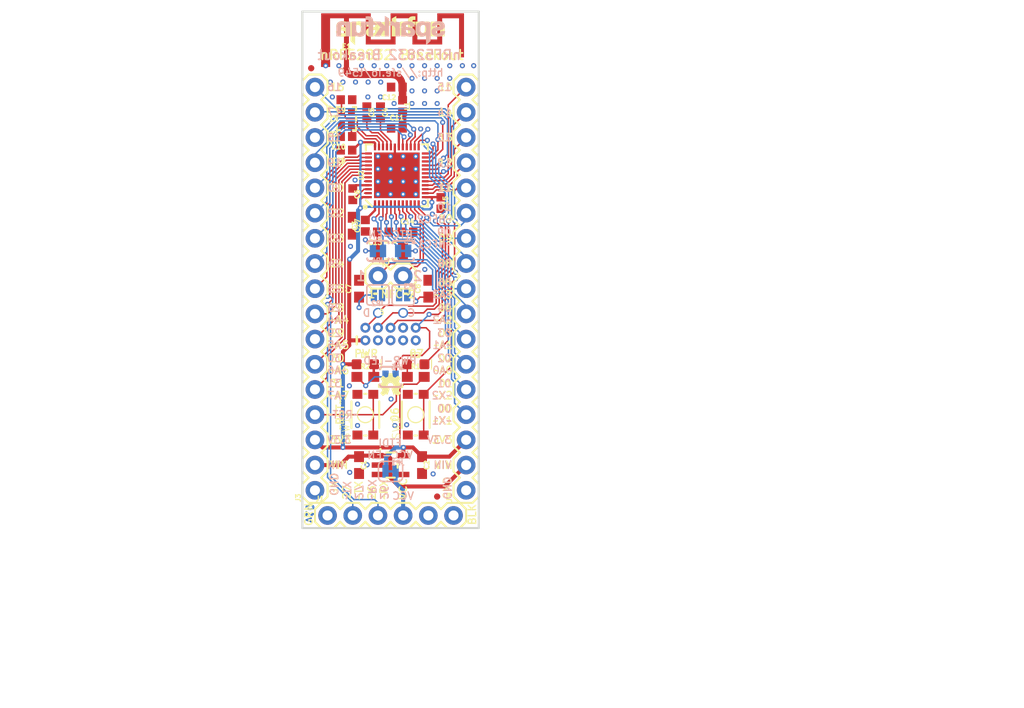
<source format=kicad_pcb>
(kicad_pcb (version 20211014) (generator pcbnew)
  (layers (0 "F.Cu" signal) (31 "B.Cu" signal) (34 "B.Paste" user) (35 "F.Paste" user) (36 "B.SilkS" user "B.Silkscreen") (37 "F.SilkS" user "F.Silkscreen") (38 "B.Mask" user) (39 "F.Mask" user) (44 "Edge.Cuts" user))
  (net 0 "")
  (net 1 "XC1")
  (net 2 "XC2")
  (net 3 "GND")
  (net 4 "P00")
  (net 5 "P01")
  (net 6 "VDD")
  (net 7 "DEC1")
  (net 8 "DEC2")
  (net 9 "DEC4")
  (net 10 "~{RESET}")
  (net 11 "ANT")
  (net 12 "N$11")
  (net 13 "DEC3")
  (net 14 "P09")
  (net 15 "P10")
  (net 16 "P25")
  (net 17 "P26")
  (net 18 "P27")
  (net 19 "P28")
  (net 20 "P29")
  (net 21 "P30")
  (net 22 "P31")
  (net 23 "P24")
  (net 24 "P23")
  (net 25 "P22")
  (net 26 "P20")
  (net 27 "P19")
  (net 28 "P18")
  (net 29 "P17")
  (net 30 "P16")
  (net 31 "P14")
  (net 32 "P15")
  (net 33 "P13")
  (net 34 "P12")
  (net 35 "P11")
  (net 36 "P08")
  (net 37 "P07")
  (net 38 "P06")
  (net 39 "P05")
  (net 40 "P04")
  (net 41 "P03")
  (net 42 "P02")
  (net 43 "SWDIO")
  (net 44 "SWDCLK")
  (net 45 "N$3")
  (net 46 "N$4")
  (net 47 "N$14")
  (net 48 "VIN")
  (net 49 "N$15")
  (net 50 "N$12")
  (net 51 "NFC1")
  (net 52 "NFC2")
  (net 53 "N$1")
  (net 54 "DCC")
  (net 55 "NC")
  (footprint "boardEagle:TACTILE_SWITCH_SMD_4.6X2.8MM" (layer "F.Cu") (at 145.9611 119.6086 90)
    (fp_text reference "SW1")
    (fp_text value "TACTILE_SWITCH_SMD_4_6X2_8MM")
  )
  (footprint "boardEagle:0402" (layer "F.Cu") (at 144.0561 92.9386 180)
    (fp_text reference "C16")
    (fp_text value "0.1uF")
  )
  (footprint "boardEagle:OSHW-LOGO-MINI" (layer "F.Cu") (at 148.5011 116.6876)
    (fp_text reference "LOGO1" hide)
    (fp_text value "OSHW-LOGOMINI" hide)
  )
  (footprint "boardEagle:1X17" (layer "F.Cu") (at 140.8811 127.2286 90)
    (fp_text reference "J3")
    (fp_text value "")
  )
  (footprint "boardEagle:SOT23-5" (layer "F.Cu") (at 148.5011 124.6886 -90)
    (fp_text reference "U1")
    (fp_text value "AP2112K-3.3V")
  )
  (footprint "boardEagle:SFE_LOGO_NAME_.1" (layer "F.Cu") (at 142.5321 82.7786)
    (fp_text reference "LOGO2" hide)
    (fp_text value "SFE_LOGO_NAME.1_INCH" hide)
  )
  (footprint "boardEagle:0402" (layer "F.Cu") (at 150.2029 101.1936)
    (fp_text reference "C14")
    (fp_text value "15pF")
  )
  (footprint "boardEagle:0603" (layer "F.Cu") (at 145.9611 115.7986)
    (fp_text reference "R2")
    (fp_text value "1k")
  )
  (footprint "boardEagle:QFN48-6X6MM" (layer "F.Cu") (at 149.1361 95.4786 90)
    (fp_text reference "U2")
    (fp_text value "NRF52832")
  )
  (footprint "boardEagle:1X06" (layer "F.Cu") (at 142.1511 129.7686)
    (fp_text reference "J1")
    (fp_text value "")
  )
  (footprint "boardEagle:0402" (layer "F.Cu") (at 149.1361 90.7288)
    (fp_text reference "C11")
    (fp_text value "0.8pF")
  )
  (footprint "boardEagle:TRACE_ANTENNA_2.4GHZ_15.2MM" (layer "F.Cu") (at 144.0561 84.0486)
    (fp_text reference "E1")
    (fp_text value "ANT")
  )
  (footprint "boardEagle:CREATIVE_COMMONS" (layer "F.Cu") (at 129.4511 148.8186)
    (fp_text reference "FRAME1" hide)
    (fp_text value "FRAME-LETTER" hide)
  )
  (footprint "boardEagle:0603" (layer "F.Cu") (at 151.0411 115.7986)
    (fp_text reference "R1")
    (fp_text value "1k")
  )
  (footprint "boardEagle:0402" (layer "F.Cu") (at 144.6911 97.3836 -90)
    (fp_text reference "C6")
    (fp_text value "1.0uF")
  )
  (footprint "boardEagle:CRYSTAL-SMD-3.2X1.5MM" (layer "F.Cu") (at 148.5011 103.0986 180)
    (fp_text reference "Y2")
    (fp_text value "32.768kHz")
  )
  (footprint "boardEagle:0402" (layer "F.Cu") (at 147.7391 101.1936 180)
    (fp_text reference "C13")
    (fp_text value "15pF")
  )
  (footprint "boardEagle:0402" (layer "F.Cu") (at 147.4851 89.1286 -90)
    (fp_text reference "C4")
    (fp_text value "DNP")
  )
  (footprint "boardEagle:0402" (layer "F.Cu") (at 146.1135 89.1286 -90)
    (fp_text reference "C5")
    (fp_text value "100pF")
  )
  (footprint "boardEagle:0603" (layer "F.Cu") (at 144.6911 100.5586 -90)
    (fp_text reference "C17")
    (fp_text value "4.7uF")
  )
  (footprint "boardEagle:0402" (layer "F.Cu") (at 145.9611 100.5586 90)
    (fp_text reference "C3")
    (fp_text value "0.1uF")
  )
  (footprint "boardEagle:1X17" (layer "F.Cu") (at 156.1211 127.2286 90)
    (fp_text reference "J4")
    (fp_text value "")
  )
  (footprint "boardEagle:0402" (layer "F.Cu") (at 149.1361 86.5886 180)
    (fp_text reference "C12")
    (fp_text value "DNP")
  )
  (footprint "boardEagle:LED-0603" (layer "F.Cu") (at 151.0411 114.5286)
    (fp_text reference "D2")
    (fp_text value "BLUE")
  )
  (footprint "boardEagle:2X5-PTH-1.27MM" (layer "F.Cu") (at 148.5011 111.4806)
    (fp_text reference "J5")
    (fp_text value "CORTEX_DEBUGPTH")
  )
  (footprint "boardEagle:1X02" (layer "F.Cu") (at 149.7711 105.6386 180)
    (fp_text reference "J2")
    (fp_text value "")
  )
  (footprint "boardEagle:FIDUCIAL-MICRO" (layer "F.Cu") (at 153.2001 127.8636)
    (fp_text reference "FD1" hide)
    (fp_text value "FIDUCIALUFIDUCIAL" hide)
  )
  (footprint "boardEagle:FIDUCIAL-MICRO" (layer "F.Cu") (at 140.5001 84.6836)
    (fp_text reference "FD2" hide)
    (fp_text value "FIDUCIALUFIDUCIAL" hide)
  )
  (footprint "boardEagle:LED-0603" (layer "F.Cu") (at 145.9611 114.5286)
    (fp_text reference "D1")
    (fp_text value "RED")
  )
  (footprint "boardEagle:0402" (layer "F.Cu") (at 144.0561 91.567 180)
    (fp_text reference "C10")
    (fp_text value "6pF")
  )
  (footprint "boardEagle:TACTILE_SWITCH_SMD_4.6X2.8MM" (layer "F.Cu") (at 151.0411 119.6086 90)
    (fp_text reference "SW2")
    (fp_text value "TACTILE_SWITCH_SMD_4_6X2_8MM")
  )
  (footprint "boardEagle:0603" (layer "F.Cu") (at 145.3261 106.9086 90)
    (fp_text reference "C7")
    (fp_text value "180pF")
  )
  (footprint "boardEagle:0603" (layer "F.Cu") (at 145.3261 124.6886 -90)
    (fp_text reference "C1")
    (fp_text value "1.0uF")
  )
  (footprint "boardEagle:0603" (layer "F.Cu") (at 152.3111 106.9086 90)
    (fp_text reference "C8")
    (fp_text value "180pF")
  )
  (footprint "boardEagle:CRYSTAL-SMD-2.0X1.6MM" (layer "F.Cu") (at 144.0561 89.7636 90)
    (fp_text reference "Y1")
    (fp_text value "32MHz")
  )
  (footprint "boardEagle:0402" (layer "F.Cu") (at 144.0561 87.8586 180)
    (fp_text reference "C9")
    (fp_text value "6pF")
  )
  (footprint "boardEagle:0402" (layer "F.Cu") (at 149.7161 88.4936 -90)
    (fp_text reference "L1")
    (fp_text value "3.9nH")
  )
  (footprint "boardEagle:0402" (layer "F.Cu") (at 153.5811 98.2726 -90)
    (fp_text reference "C15")
    (fp_text value "0.1uF")
  )
  (footprint "boardEagle:0603" (layer "F.Cu") (at 151.6761 124.6886 -90)
    (fp_text reference "C2")
    (fp_text value "2.2uF")
  )
  (footprint "boardEagle:SMT-JUMPER_2_NO_SILK" (layer "B.Cu") (at 147.2311 107.5436)
    (fp_text reference "JP2")
    (fp_text value "NFC1")
  )
  (footprint "boardEagle:PAD.03X.04" (layer "B.Cu") (at 147.2311 109.347 180)
    (fp_text reference "TP1" hide)
    (fp_text value "TEST-POINT3X4" hide)
  )
  (footprint "boardEagle:SFE_LOGO_NAME_.1" (layer "B.Cu") (at 154.4701 82.7786 180)
    (fp_text reference "LOGO3" hide)
    (fp_text value "SFE_LOGO_NAME.1_INCH" hide)
  )
  (footprint "boardEagle:SMT-JUMPER_2_NC_TRACE_SILK" (layer "B.Cu") (at 148.5011 125.3236 180)
    (fp_text reference "JP1")
    (fp_text value "VDD-EN")
  )
  (footprint "boardEagle:SMT-JUMPER_2_NO_SILK" (layer "B.Cu") (at 149.7711 107.5436 180)
    (fp_text reference "JP3")
    (fp_text value "NFC2")
  )
  (footprint "boardEagle:PAD.03X.04" (layer "B.Cu") (at 149.7711 109.347 180)
    (fp_text reference "TP2" hide)
    (fp_text value "TEST-POINT3X4" hide)
  )
  (footprint "boardEagle:PAD-JUMPER-2-NC_BY_TRACE_YES_SILK" (layer "B.Cu") (at 148.5011 115.7986 180)
    (fp_text reference "JP6")
    (fp_text value "PWR-LED")
  )
  (footprint "boardEagle:PAD-JUMPER-2-NC_BY_TRACE_YES_SILK" (layer "B.Cu") (at 149.7711 103.0986 180)
    (fp_text reference "JP5")
    (fp_text value "XL2")
  )
  (footprint "boardEagle:PAD-JUMPER-2-NC_BY_TRACE_YES_SILK" (layer "B.Cu") (at 147.2311 103.0986)
    (fp_text reference "JP4")
    (fp_text value "XL1")
  )
  (gr_line (start 142.1511 119.6086) (end 142.5321 119.6086) (layer "F.SilkS") (width 0.254))
  (gr_line (start 149.8981 107.4166) (end 150.1521 107.4166) (layer "F.SilkS") (width 0.254))
  (gr_line (start 144.4371 119.6086) (end 144.0561 119.6086) (layer "F.SilkS") (width 0.254))
  (gr_line (start 146.8501 107.4166) (end 147.1041 107.4166) (layer "F.SilkS") (width 0.254))
  (gr_line (start 157.3911 131.0386) (end 139.6111 131.0386) (layer "Edge.Cuts") (width 0.2032))
  (gr_line (start 157.3911 78.9686) (end 157.3911 131.0386) (layer "Edge.Cuts") (width 0.2032))
  (gr_line (start 139.6111 131.0386) (end 139.6111 78.9686) (layer "Edge.Cuts") (width 0.2032))
  (gr_line (start 139.6111 78.9686) (end 157.3911 78.9686) (layer "Edge.Cuts") (width 0.2032))
  (gr_text "v10" (at 140.7541 129.54 -90) (layer "B.Cu") (effects (font (size 0.7112 0.7112) (thickness 0.1778)) (justify top mirror)))
  (gr_text "03\n~A1" (at 154.7241 111.9886) (layer "B.SilkS") (effects (font (size 0.75565 0.75565) (thickness 0.13335)) (justify left mirror)))
  (gr_text "12" (at 154.7241 94.2086) (layer "B.SilkS") (effects (font (size 0.75565 0.75565) (thickness 0.13335)) (justify left mirror)))
  (gr_text "GND" (at 142.7734 127.8636 -90) (layer "B.SilkS") (effects (font (size 0.75565 0.75565) (thickness 0.13335)) (justify left mirror)))
  (gr_text "http://sfe.io/t549" (at 148.5011 85.5726) (layer "B.SilkS") (effects (font (size 0.75565 0.75565) (thickness 0.13335)) (justify bottom mirror)))
  (gr_text "28\n~A4" (at 142.0241 109.4486) (layer "B.SilkS") (effects (font (size 0.75565 0.75565) (thickness 0.13335)) (justify right mirror)))
  (gr_text "10\n~NFC2" (at 154.7241 99.2886) (layer "B.SilkS") (effects (font (size 0.75565 0.75565) (thickness 0.13335)) (justify left mirror)))
  (gr_text "14" (at 154.7241 89.1286) (layer "B.SilkS") (effects (font (size 0.75565 0.75565) (thickness 0.13335)) (justify left mirror)))
  (gr_text "FTDI\nVCC-EN" (at 148.4503 124.1298) (layer "B.SilkS") (effects (font (size 0.75565 0.75565) (thickness 0.13335)) (justify bottom mirror)))
  (gr_text "01\n~X2" (at 154.7241 117.0686) (layer "B.SilkS") (effects (font (size 0.75565 0.75565) (thickness 0.13335)) (justify left mirror)))
  (gr_text "20" (at 142.0241 96.7486) (layer "B.SilkS") (effects (font (size 0.75565 0.75565) (thickness 0.13335)) (justify right mirror)))
  (gr_text "08" (at 154.7241 104.3686) (layer "B.SilkS") (effects (font (size 0.75565 0.75565) (thickness 0.13335)) (justify left mirror)))
  (gr_text "3.3V" (at 142.0241 122.1486) (layer "B.SilkS") (effects (font (size 0.75565 0.75565) (thickness 0.13335)) (justify right mirror)))
  (gr_text "GND" (at 154.2034 128.2446 -90) (layer "B.SilkS") (effects (font (size 0.75565 0.75565) (thickness 0.13335)) (justify left mirror)))
  (gr_text "17" (at 142.0241 89.1286) (layer "B.SilkS") (effects (font (size 0.75565 0.75565) (thickness 0.13335)) (justify right mirror)))
  (gr_text "23" (at 142.0241 101.8286) (layer "B.SilkS") (effects (font (size 0.75565 0.75565) (thickness 0.13335)) (justify right mirror)))
  (gr_text "nRF52832 Breakout" (at 148.3741 82.7786) (layer "B.SilkS") (effects (font (size 0.97155 0.97155) (thickness 0.17145)) (justify top mirror)))
  (gr_text "11" (at 154.7241 96.7486) (layer "B.SilkS") (effects (font (size 0.75565 0.75565) (thickness 0.13335)) (justify left mirror)))
  (gr_text "04\n~A2" (at 154.7241 109.4486) (layer "B.SilkS") (effects (font (size 0.75565 0.75565) (thickness 0.13335)) (justify left mirror)))
  (gr_text "31\n~A7" (at 142.0241 117.0686) (layer "B.SilkS") (effects (font (size 0.75565 0.75565) (thickness 0.13335)) (justify right mirror)))
  (gr_text "25" (at 142.0241 106.9086) (layer "B.SilkS") (effects (font (size 0.75565 0.75565) (thickness 0.13335)) (justify right mirror)))
  (gr_text "30\n~A6" (at 142.0241 114.5286) (layer "B.SilkS") (effects (font (size 0.75565 0.75565) (thickness 0.13335)) (justify right mirror)))
  (gr_text "~RST~" (at 142.0241 119.6086) (layer "B.SilkS") (effects (font (size 0.75565 0.75565) (thickness 0.13335)) (justify right mirror)))
  (gr_text "VIN" (at 154.7241 124.6886) (layer "B.SilkS") (effects (font (size 0.75565 0.75565) (thickness 0.13335)) (justify left mirror)))
  (gr_text "VCC" (at 149.7711 128.2446) (layer "B.SilkS") (effects (font (size 0.75565 0.75565) (thickness 0.13335)) (justify bottom mirror)))
  (gr_text "00\n~X1" (at 154.7241 119.6086) (layer "B.SilkS") (effects (font (size 0.75565 0.75565) (thickness 0.13335)) (justify left mirror)))
  (gr_text "C" (at 151.0665 109.347) (layer "B.SilkS") (effects (font (size 0.75565 0.75565) (thickness 0.13335)) (justify left mirror)))
  (gr_text "05\n~A3" (at 154.7241 106.9086) (layer "B.SilkS") (effects (font (size 0.75565 0.75565) (thickness 0.13335)) (justify left mirror)))
  (gr_text "3.3V" (at 154.7241 122.1486) (layer "B.SilkS") (effects (font (size 0.75565 0.75565) (thickness 0.13335)) (justify left mirror)))
  (gr_text "22" (at 142.0241 99.2886) (layer "B.SilkS") (effects (font (size 0.75565 0.75565) (thickness 0.13335)) (justify right mirror)))
  (gr_text "VIN" (at 142.0241 124.6886) (layer "B.SilkS") (effects (font (size 0.75565 0.75565) (thickness 0.13335)) (justify right mirror)))
  (gr_text "2" (at 150.6601 105.6386) (layer "B.SilkS") (effects (font (size 0.97155 0.97155) (thickness 0.17145)) (justify right mirror)))
  (gr_text "D" (at 146.5453 109.347) (layer "B.SilkS") (effects (font (size 0.75565 0.75565) (thickness 0.13335)) (justify left mirror)))
  (gr_text "24" (at 142.0241 104.3686) (layer "B.SilkS") (effects (font (size 0.75565 0.75565) (thickness 0.13335)) (justify right mirror)))
  (gr_text "29\n~A5" (at 142.0241 111.9886) (layer "B.SilkS") (effects (font (size 0.75565 0.75565) (thickness 0.13335)) (justify right mirror)))
  (gr_text "02\n~A0" (at 154.7241 114.5286) (layer "B.SilkS") (effects (font (size 0.75565 0.75565) (thickness 0.13335)) (justify left mirror)))
  (gr_text "PWR-LED" (at 148.4503 114.6048) (layer "B.SilkS") (effects (font (size 0.75565 0.75565) (thickness 0.13335)) (justify bottom mirror)))
  (gr_text "RTC-EN" (at 148.5011 101.9048) (layer "B.SilkS") (effects (font (size 0.75565 0.75565) (thickness 0.13335)) (justify bottom mirror)))
  (gr_text "18" (at 142.0241 91.6686) (layer "B.SilkS") (effects (font (size 0.75565 0.75565) (thickness 0.13335)) (justify right mirror)))
  (gr_text "26\n~RX" (at 147.2311 128.2446 -90) (layer "B.SilkS") (effects (font (size 0.75565 0.75565) (thickness 0.13335)) (justify left mirror)))
  (gr_text "19" (at 142.0241 94.2086) (layer "B.SilkS") (effects (font (size 0.75565 0.75565) (thickness 0.13335)) (justify right mirror)))
  (gr_text "15" (at 154.7241 86.5886) (layer "B.SilkS") (effects (font (size 0.75565 0.75565) (thickness 0.13335)) (justify left mirror)))
  (gr_text "13" (at 154.7241 91.6686) (layer "B.SilkS") (effects (font (size 0.75565 0.75565) (thickness 0.13335)) (justify left mirror)))
  (gr_text "09\n~NFC1" (at 154.7241 101.8286) (layer "B.SilkS") (effects (font (size 0.75565 0.75565) (thickness 0.13335)) (justify left mirror)))
  (gr_text "16" (at 142.0241 86.5886) (layer "B.SilkS") (effects (font (size 0.75565 0.75565) (thickness 0.13335)) (justify right mirror)))
  (gr_text "27\n~TX" (at 144.6911 128.2446 -90) (layer "B.SilkS") (effects (font (size 0.75565 0.75565) (thickness 0.13335)) (justify left mirror)))
  (gr_text "1" (at 146.0881 105.6386) (layer "B.SilkS") (effects (font (size 0.97155 0.97155) (thickness 0.17145)) (justify left mirror)))
  (gr_text "23" (at 142.3289 101.8286) (layer "F.SilkS") (effects (font (size 0.75565 0.75565) (thickness 0.13335)) (justify left)))
  (gr_text "11" (at 154.8511 96.6724) (layer "F.SilkS") (effects (font (size 0.75565 0.75565) (thickness 0.13335)) (justify right)))
  (gr_text "VIN" (at 154.8511 124.6886) (layer "F.SilkS") (effects (font (size 0.75565 0.75565) (thickness 0.13335)) (justify right)))
  (gr_text "06" (at 149.3901 119.6086 90) (layer "F.SilkS") (effects (font (size 0.75565 0.75565) (thickness 0.13335)) (justify bottom)))
  (gr_text "10" (at 154.8511 99.8474) (layer "F.SilkS") (effects (font (size 0.75565 0.75565) (thickness 0.13335)) (justify right)))
  (gr_text "3V3" (at 142.3289 122.1486) (layer "F.SilkS") (effects (font (size 0.75565 0.75565) (thickness 0.13335)) (justify left)))
  (gr_text "01\n~X2" (at 154.8511 117.0686) (layer "F.SilkS") (effects (font (size 0.75565 0.75565) (thickness 0.13335)) (justify right)))
  (gr_text "NFC" (at 148.6281 107.0356) (layer "F.SilkS") (effects (font (size 0.75565 0.75565) (thickness 0.13335)) (justify top)))
  (gr_text "24" (at 142.3289 104.3686) (layer "F.SilkS") (effects (font (size 0.75565 0.75565) (thickness 0.13335)) (justify left)))
  (gr_text "GND" (at 142.7988 127.8636 90) (layer "F.SilkS") (effects (font (size 0.75565 0.75565) (thickness 0.13335)) (justify left)))
  (gr_text "GND" (at 154.2288 128.2446 90) (layer "F.SilkS") (effects (font (size 0.75565 0.75565) (thickness 0.13335)) (justify left)))
  (gr_text "30\n~A6" (at 142.3289 114.5286) (layer "F.SilkS") (effects (font (size 0.75565 0.75565) (thickness 0.13335)) (justify left)))
  (gr_text "~RST~" (at 143.4211 119.6086 90) (layer "F.SilkS") (effects (font (size 0.75565 0.75565) (thickness 0.13335))))
  (gr_text "18" (at 142.3289 91.6686 90) (layer "F.SilkS") (effects (font (size 0.75565 0.75565) (thickness 0.13335)) (justify top)))
  (gr_text "15" (at 154.8511 86.5886) (layer "F.SilkS") (effects (font (size 0.75565 0.75565) (thickness 0.13335)) (justify right)))
  (gr_text "12" (at 154.8511 94.2086) (layer "F.SilkS") (effects (font (size 0.75565 0.75565) (thickness 0.13335)) (justify right)))
  (gr_text "VIN" (at 142.3289 124.6886) (layer "F.SilkS") (effects (font (size 0.75565 0.75565) (thickness 0.13335)) (justify left)))
  (gr_text "31\n~A7" (at 142.3289 117.0686) (layer "F.SilkS") (effects (font (size 0.75565 0.75565) (thickness 0.13335)) (justify left)))
  (gr_text "20" (at 142.3289 96.7486) (layer "F.SilkS") (effects (font (size 0.75565 0.75565) (thickness 0.13335)) (justify left)))
  (gr_text "08" (at 154.8511 104.3686) (layer "F.SilkS") (effects (font (size 0.75565 0.75565) (thickness 0.13335)) (justify right)))
  (gr_text "26\n~RX" (at 147.2311 128.2446 90) (layer "F.SilkS") (effects (font (size 0.75565 0.75565) (thickness 0.13335)) (justify left)))
  (gr_text "02\n~A0" (at 154.8511 114.5286) (layer "F.SilkS") (effects (font (size 0.75565 0.75565) (thickness 0.13335)) (justify right)))
  (gr_text "25" (at 142.3289 106.9086) (layer "F.SilkS") (effects (font (size 0.75565 0.75565) (thickness 0.13335)) (justify left)))
  (gr_text "nRF52832 Breakout" (at 148.6281 82.7786) (layer "F.SilkS") (effects (font (size 0.97155 0.97155) (thickness 0.17145)) (justify top)))
  (gr_text "14" (at 154.8511 89.1286) (layer "F.SilkS") (effects (font (size 0.75565 0.75565) (thickness 0.13335)) (justify right)))
  (gr_text "07" (at 151.1173 113.8936) (layer "F.SilkS") (effects (font (size 0.75565 0.75565) (thickness 0.13335)) (justify bottom)))
  (gr_text "13" (at 154.8511 91.6686) (layer "F.SilkS") (effects (font (size 0.75565 0.75565) (thickness 0.13335)) (justify right)))
  (gr_text "PWR" (at 146.0373 113.8936) (layer "F.SilkS") (effects (font (size 0.75565 0.75565) (thickness 0.13335)) (justify bottom)))
  (gr_text "GRN" (at 140.7033 129.667 90) (layer "F.SilkS") (effects (font (size 0.75565 0.75565) (thickness 0.13335)) (justify bottom)))
  (gr_text "28\n~A4" (at 142.3289 109.4486) (layer "F.SilkS") (effects (font (size 0.75565 0.75565) (thickness 0.13335)) (justify left)))
  (gr_text "27\n~TX" (at 144.6911 128.2446 90) (layer "F.SilkS") (effects (font (size 0.75565 0.75565) (thickness 0.13335)) (justify left)))
  (gr_text "3V3" (at 154.8511 122.1486) (layer "F.SilkS") (effects (font (size 0.75565 0.75565) (thickness 0.13335)) (justify right)))
  (gr_text "17" (at 142.3289 89.1286 90) (layer "F.SilkS") (effects (font (size 0.75565 0.75565) (thickness 0.13335)) (justify top)))
  (gr_text "16" (at 142.3289 86.5886) (layer "F.SilkS") (effects (font (size 0.75565 0.75565) (thickness 0.13335)) (justify left)))
  (gr_text "1" (at 146.5961 107.0356) (layer "F.SilkS") (effects (font (size 0.75565 0.75565) (thickness 0.13335)) (justify top)))
  (gr_text "05\n~A3" (at 154.8511 106.9086) (layer "F.SilkS") (effects (font (size 0.75565 0.75565) (thickness 0.13335)) (justify right)))
  (gr_text "00\n~X1" (at 154.8511 119.6086) (layer "F.SilkS") (effects (font (size 0.75565 0.75565) (thickness 0.13335)) (justify right)))
  (gr_text "04\n~A2" (at 154.8511 109.4486) (layer "F.SilkS") (effects (font (size 0.75565 0.75565) (thickness 0.13335)) (justify right)))
  (gr_text "2" (at 150.6601 107.0356) (layer "F.SilkS") (effects (font (size 0.75565 0.75565) (thickness 0.13335)) (justify top)))
  (gr_text "19" (at 142.3289 94.2086) (layer "F.SilkS") (effects (font (size 0.75565 0.75565) (thickness 0.13335)) (justify left)))
  (gr_text "03\n~A1" (at 154.8511 111.9886) (layer "F.SilkS") (effects (font (size 0.75565 0.75565) (thickness 0.13335)) (justify right)))
  (gr_text "BLK" (at 156.2989 129.667 90) (layer "F.SilkS") (effects (font (size 0.75565 0.75565) (thickness 0.13335)) (justify top)))
  (gr_text "22" (at 142.3289 99.2886) (layer "F.SilkS") (effects (font (size 0.75565 0.75565) (thickness 0.13335)) (justify left)))
  (gr_text "09" (at 154.8511 101.8286) (layer "F.SilkS") (effects (font (size 0.75565 0.75565) (thickness 0.13335)) (justify right)))
  (gr_text "VCC" (at 149.7711 128.2446 90) (layer "F.SilkS") (effects (font (size 0.75565 0.75565) (thickness 0.13335)) (justify left)))
  (gr_text "29\n~A5" (at 142.3289 111.9886) (layer "F.SilkS") (effects (font (size 0.75565 0.75565) (thickness 0.13335)) (justify left)))
  (segment (start 143.9291 89.4616) (end 143.9291 89.6366) (width 0.1524) (layer "F.Cu") (net 1))
  (segment (start 143.5561 89.0886) (end 143.5561 87.9386) (width 0.1524) (layer "F.Cu") (net 1))
  (segment (start 146.0627 91.4908) (end 145.1483 90.5764) (width 0.1524) (layer "F.Cu") (net 1))
  (segment (start 143.5561 87.9386) (end 143.4761 87.8586) (width 0.1524) (layer "F.Cu") (net 1))
  (segment (start 147.7361 92.6186) (end 147.7361 92.0974) (width 0.1524) (layer "F.Cu") (net 1))
  (segment (start 143.9291 89.6366) (end 144.0561 89.7636) (width 0.1524) (layer "F.Cu") (net 1))
  (segment (start 147.1295 91.4908) (end 146.0627 91.4908) (width 0.1524) (layer "F.Cu") (net 1))
  (segment (start 144.0561 89.7636) (end 144.9451 89.7636) (width 0.1524) (layer "F.Cu") (net 1))
  (segment (start 145.1483 90.5764) (end 145.1483 89.9668) (width 0.1524) (layer "F.Cu") (net 1))
  (segment (start 143.5561 89.0886) (end 143.9291 89.4616) (width 0.1524) (layer "F.Cu") (net 1))
  (segment (start 145.1483 89.9668) (end 144.9451 89.7636) (width 0.1524) (layer "F.Cu") (net 1))
  (segment (start 147.7361 92.0974) (end 147.1295 91.4908) (width 0.1524) (layer "F.Cu") (net 1))
  (segment (start 144.5561 91.567) (end 144.5561 90.4386) (width 0.1524) (layer "F.Cu") (net 2))
  (segment (start 147.3361 92.6186) (end 147.3361 92.1292) (width 0.1524) (layer "F.Cu") (net 2))
  (segment (start 145.9131 91.7956) (end 144.5561 90.4386) (width 0.1524) (layer "F.Cu") (net 2))
  (segment (start 147.0025 91.7956) (end 145.9131 91.7956) (width 0.1524) (layer "F.Cu") (net 2))
  (segment (start 144.6361 91.567) (end 144.5561 91.567) (width 0.1524) (layer "F.Cu") (net 2))
  (segment (start 147.3361 92.1292) (end 147.0025 91.7956) (width 0.1524) (layer "F.Cu") (net 2))
  (segment (start 145.0161 96.4786) (end 144.6911 96.8036) (width 0.2286) (layer "F.Cu") (net 3))
  (segment (start 148.9361 95.2786) (end 148.5011 94.8436) (width 0.1524) (layer "F.Cu") (net 3))
  (segment (start 146.2761 96.4786) (end 145.0161 96.4786) (width 0.2286) (layer "F.Cu") (net 3))
  (segment (start 143.4761 92.9386) (end 143.4211 92.9386) (width 0.2286) (layer "F.Cu") (net 3))
  (segment (start 148.9361 92.6186) (end 148.9361 95.2786) (width 0.2286) (layer "F.Cu") (net 3))
  (segment (start 148.9361 95.2786) (end 149.1361 95.4786) (width 0.2286) (layer "F.Cu") (net 3))
  (via (at 154.4701 85.6996) (size 0.508) (drill 0.254) (layers "F.Cu" "B.Cu") (net 3))
  (via (at 144.9705 86.0806) (size 0.508) (drill 0.254) (layers "F.Cu" "B.Cu") (net 3))
  (via (at 152.7937 125.5776) (size 0.508) (drill 0.254) (layers "F.Cu" "B.Cu") (net 3))
  (via (at 150.6601 85.6996) (size 0.508) (drill 0.254) (layers "F.Cu" "B.Cu") (net 3))
  (via (at 147.2311 97.3836) (size 0.508) (drill 0.254) (layers "F.Cu" "B.Cu") (net 3))
  (via (at 147.2311 93.5736) (size 0.508) (drill 0.254) (layers "F.Cu" "B.Cu") (net 3))
  (via (at 147.2311 96.1136) (size 0.508) (drill 0.254) (layers "F.Cu" "B.Cu") (net 3))
  (via (at 146.8501 84.4296) (size 0.508) (drill 0.254) (layers "F.Cu" "B.Cu") (net 3))
  (via (at 151.0411 93.5736) (size 0.508) (drill 0.254) (layers "F.Cu" "B.Cu") (net 3))
  (via (at 150.6601 88.2396) (size 0.508) (drill 0.254) (layers "F.Cu" "B.Cu") (net 3))
  (via (at 149.7711 97.3836) (size 0.508) (drill 0.254) (layers "F.Cu" "B.Cu") (net 3))
  (via (at 148.5011 94.8436) (size 0.508) (drill 0.254) (layers "F.Cu" "B.Cu") (net 3))
  (via (at 146.2405 86.0806) (size 0.508) (drill 0.254) (layers "F.Cu" "B.Cu") (net 3))
  (via (at 148.8567 88.2396) (size 0.508) (drill 0.254) (layers "F.Cu" "B.Cu") (net 3))
  (via (at 145.1737 120.7008) (size 0.508) (drill 0.254) (layers "F.Cu" "B.Cu") (net 3))
  (via (at 148.9329 120.7008) (size 0.508) (drill 0.254) (layers "F.Cu" "B.Cu") (net 3))
  (via (at 145.1737 118.5418) (size 0.508) (drill 0.254) (layers "F.Cu" "B.Cu") (net 3))
  (via (at 151.0411 94.8436) (size 0.508) (drill 0.254) (layers "F.Cu" "B.Cu") (net 3))
  (via (at 153.2001 88.2396) (size 0.508) (drill 0.254) (layers "F.Cu" "B.Cu") (net 3))
  (via (at 146.1389 124.6632) (size 0.508) (drill 0.254) (layers "F.Cu" "B.Cu") (net 3))
  (via (at 144.4625 102.6414) (size 0.508) (drill 0.254) (layers "F.Cu" "B.Cu") (net 3))
  (via (at 151.9301 86.9696) (size 0.508) (drill 0.254) (layers "F.Cu" "B.Cu") (net 3))
  (via (at 151.9555 104.9655) (size 0.508) (drill 0.254) (layers "F.Cu" "B.Cu") (net 3))
  (via (at 148.5011 93.5736) (size 0.508) (drill 0.254) (layers "F.Cu" "B.Cu") (net 3))
  (via (at 156.8831 84.4296) (size 0.508) (drill 0.254) (layers "F.Cu" "B.Cu") (net 3))
  (via (at 145.9611 101.981) (size 0.508) (drill 0.254) (layers "F.Cu" "B.Cu") (net 3))
  (via (at 147.5105 86.0806) (size 0.508) (drill 0.254) (layers "F.Cu" "B.Cu") (net 3))
  (via (at 143.2941 84.4296) (size 0.508) (drill 0.254) (layers "F.Cu" "B.Cu") (net 3))
  (via (at 148.5011 96.1136) (size 0.508) (drill 0.254) (layers "F.Cu" "B.Cu") (net 3))
  (via (at 151.5364 90.805) (size 0.508) (drill 0.254) (layers "F.Cu" "B.Cu") (net 3))
  (via (at 147.2311 94.8436) (size 0.508) (drill 0.254) (layers "F.Cu" "B.Cu") (net 3))
  (via (at 151.9301 85.6996) (size 0.508) (drill 0.254) (layers "F.Cu" "B.Cu") (net 3))
  (via (at 145.5801 84.4296) (size 0.508) (drill 0.254) (layers "F.Cu" "B.Cu") (net 3))
  (via (at 141.9606 84.4296) (size 0.508) (drill 0.254) (layers "F.Cu" "B.Cu") (net 3))
  (via (at 148.5519 118.0338) (size 0.508) (drill 0.254) (layers "F.Cu" "B.Cu") (net 3))
  (via (at 147.4851 87.5792) (size 0.508) (drill 0.254) (layers "F.Cu" "B.Cu") (net 3))
  (via (at 149.7711 94.8436) (size 0.508) (drill 0.254) (layers "F.Cu" "B.Cu") (net 3))
  (via (at 150.1267 120.6246) (size 0.508) (drill 0.254) (layers "F.Cu" "B.Cu") (net 3))
  (via (at 151.8793 98.2176) (size 0.508) (drill 0.254) (layers "F.Cu" "B.Cu") (net 3))
  (via (at 142.4305 86.0806) (size 0.508) (drill 0.254) (layers "F.Cu" "B.Cu") (net 3))
  (via (at 153.2001 86.9696) (size 0.508) (drill 0.254) (layers "F.Cu" "B.Cu") (net 3))
  (via (at 146.2151 87.5792) (size 0.508) (drill 0.254) (layers "F.Cu" "B.Cu") (net 3))
  (via (at 149.3901 84.4296) (size 0.508) (drill 0.254) (layers "F.Cu" "B.Cu") (net 3))
  (via (at 150.6601 86.9696) (size 0.508) (drill 0.254) (layers "F.Cu" "B.Cu") (net 3))
  (via (at 151.9301 84.4296) (size 0.508) (drill 0.254) (layers "F.Cu" "B.Cu") (net 3))
  (via (at 151.0411 97.3836) (size 0.508) (drill 0.254) (layers "F.Cu" "B.Cu") (net 3))
  (via (at 144.3863 125.4252) (size 0.508) (drill 0.254) (layers "F.Cu" "B.Cu") (net 3))
  (via (at 153.2001 85.6996) (size 0.508) (drill 0.254) (layers "F.Cu" "B.Cu") (net 3))
  (via (at 144.9239 95.9612) (size 0.508) (drill 0.254) (layers "F.Cu" "B.Cu") (net 3))
  (via (at 151.9301 88.2396) (size 0.508) (drill 0.254) (layers "F.Cu" "B.Cu") (net 3))
  (via (at 150.6601 84.4296) (size 0.508) (drill 0.254) (layers "F.Cu" "B.Cu") (net 3))
  (via (at 148.1201 84.4296) (size 0.508) (drill 0.254) (layers "F.Cu" "B.Cu") (net 3))
  (via (at 142.6337 87.5792) (size 0.508) (drill 0.254) (layers "F.Cu" "B.Cu") (net 3))
  (via (at 151.0411 96.1136) (size 0.508) (drill 0.254) (layers "F.Cu" "B.Cu") (net 3))
  (via (at 153.2001 84.4296) (size 0.508) (drill 0.254) (layers "F.Cu" "B.Cu") (net 3))
  (via (at 144.3482 116.7003) (size 0.508) (drill 0.254) (layers "F.Cu" "B.Cu") (net 3))
  (via (at 143.7005 86.0806) (size 0.508) (drill 0.254) (layers "F.Cu" "B.Cu") (net 3))
  (via (at 149.7711 96.1136) (size 0.508) (drill 0.254) (layers "F.Cu" "B.Cu") (net 3))
  (via (at 152.7175 99.386) (size 0.508) (drill 0.254) (layers "F.Cu" "B.Cu") (net 3))
  (via (at 154.4701 84.4296) (size 0.508) (drill 0.254) (layers "F.Cu" "B.Cu") (net 3))
  (via (at 155.7401 84.4296) (size 0.508) (drill 0.254) (layers "F.Cu" "B.Cu") (net 3))
  (via (at 149.7711 93.5736) (size 0.508) (drill 0.254) (layers "F.Cu" "B.Cu") (net 3))
  (via (at 148.5011 97.3836) (size 0.508) (drill 0.254) (layers "F.Cu" "B.Cu") (net 3))
  (segment (start 147.3361 98.3386) (end 147.3361 99.3614) (width 0.1524) (layer "F.Cu") (net 4))
  (segment (start 147.3361 99.3614) (end 146.8247 99.8728) (width 0.1524) (layer "F.Cu") (net 4))
  (via (at 146.8247 99.8728) (size 0.508) (drill 0.254) (layers "F.Cu" "B.Cu") (net 4))
  (segment (start 152.7429 105.0036) (end 152.7429 106.9594) (width 0.1524) (layer "B.Cu") (net 4))
  (segment (start 152.7429 106.9594) (end 154.0383 108.2548) (width 0.1524) (layer "B.Cu") (net 4))
  (segment (start 152.0317 104.2924) (end 152.7429 105.0036) (width 0.1524) (layer "B.Cu") (net 4))
  (segment (start 154.6479 116.0272) (end 154.9527 116.332) (width 0.1524) (layer "B.Cu") (net 4))
  (segment (start 154.3431 111.506) (end 154.3431 113.6142) (width 0.1524) (layer "B.Cu") (net 4))
  (segment (start 147.7391 103.0986) (end 147.8153 103.0986) (width 0.1524) (layer "B.Cu") (net 4))
  (segment (start 154.0383 111.2012) (end 154.3431 111.506) (width 0.1524) (layer "B.Cu") (net 4))
  (segment (start 154.3431 113.6142) (end 154.6479 113.919) (width 0.1524) (layer "B.Cu") (net 4))
  (segment (start 154.6479 113.919) (end 154.6479 116.0272) (width 0.1524) (layer "B.Cu") (net 4))
  (segment (start 147.8407 104.2924) (end 152.0317 104.2924) (width 0.1524) (layer "B.Cu") (net 4))
  (segment (start 154.9527 116.332) (end 154.9527 118.4402) (width 0.1524) (layer "B.Cu") (net 4))
  (segment (start 147.8407 104.2924) (end 147.7391 104.1908) (width 0.1524) (layer "B.Cu") (net 4))
  (segment (start 147.2311 101.1174) (end 147.7391 101.6254) (width 0.1524) (layer "B.Cu") (net 4))
  (segment (start 146.8247 99.8728) (end 147.2311 100.2792) (width 0.1524) (layer "B.Cu") (net 4))
  (segment (start 154.0383 108.2548) (end 154.0383 111.2012) (width 0.1524) (layer "B.Cu") (net 4))
  (segment (start 147.2311 100.2792) (end 147.2311 101.1174) (width 0.1524) (layer "B.Cu") (net 4))
  (segment (start 147.7391 103.0986) (end 147.7391 104.1908) (width 0.1524) (layer "B.Cu") (net 4))
  (segment (start 154.9527 118.4402) (end 156.1211 119.6086) (width 0.1524) (layer "B.Cu") (net 4))
  (segment (start 147.7391 101.6254) (end 147.7391 103.0986) (width 0.1524) (layer "B.Cu") (net 4))
  (segment (start 147.7361 99.6472) (end 147.5359 99.8474) (width 0.1524) (layer "F.Cu") (net 5))
  (segment (start 147.7361 98.3386) (end 147.7361 99.6472) (width 0.1524) (layer "F.Cu") (net 5))
  (via (at 147.5359 99.8474) (size 0.508) (drill 0.254) (layers "F.Cu" "B.Cu") (net 5))
  (segment (start 154.9527 113.792) (end 154.9527 115.9002) (width 0.1524) (layer "B.Cu") (net 5))
  (segment (start 154.9527 115.9002) (end 156.1211 117.0686) (width 0.1524) (layer "B.Cu") (net 5))
  (segment (start 149.2631 103.8606) (end 149.3901 103.9876) (width 0.1524) (layer "B.Cu") (net 5))
  (segment (start 152.1587 103.9876) (end 153.0477 104.8766) (width 0.1524) (layer "B.Cu") (net 5))
  (segment (start 154.6479 111.379) (end 154.6479 113.4872) (width 0.1524) (layer "B.Cu") (net 5))
  (segment (start 154.3431 111.0742) (end 154.6479 111.379) (width 0.1524) (layer "B.Cu") (net 5))
  (segment (start 153.0477 104.8766) (end 153.0477 106.8324) (width 0.1524) (layer "B.Cu") (net 5))
  (segment (start 149.2631 102.7176) (end 149.2631 103.0986) (width 0.1524) (layer "B.Cu") (net 5))
  (segment (start 153.0477 106.8324) (end 154.3431 108.1278) (width 0.1524) (layer "B.Cu") (net 5))
  (segment (start 149.3901 103.9876) (end 152.1587 103.9876) (width 0.1524) (layer "B.Cu") (net 5))
  (segment (start 147.5359 100.9904) (end 149.2631 102.7176) (width 0.1524) (layer "B.Cu") (net 5))
  (segment (start 154.3431 108.1278) (end 154.3431 111.0742) (width 0.1524) (layer "B.Cu") (net 5))
  (segment (start 149.2631 103.0986) (end 149.2631 103.8606) (width 0.1524) (layer "B.Cu") (net 5))
  (segment (start 154.6479 113.4872) (end 154.9527 113.792) (width 0.1524) (layer "B.Cu") (net 5))
  (segment (start 147.5359 99.8474) (end 147.5359 100.9904) (width 0.1524) (layer "B.Cu") (net 5))
  (segment (start 144.6361 92.9386) (end 144.6911 92.9386) (width 0.2286) (layer "F.Cu") (net 6))
  (segment (start 143.7005 114.5286) (end 143.7005 113.2586) (width 0.4064) (layer "F.Cu") (net 6))
  (segment (start 144.6911 99.7086) (end 145.4531 98.9466) (width 0.2286) (layer "F.Cu") (net 6))
  (segment (start 154.4311 123.8386) (end 156.1211 122.1486) (width 0.4064) (layer "F.Cu") (net 6))
  (segment (start 144.6911 92.9386) (end 145.4785 92.1512) (width 0.2286) (layer "F.Cu") (net 6))
  (segment (start 146.8501 92.1512) (end 145.4785 92.1512) (width 0.2286) (layer "F.Cu") (net 6))
  (segment (start 149.8012 123.7386) (end 149.8012 122.9106) (width 0.4064) (layer "F.Cu") (net 6))
  (segment (start 149.8012 122.9106) (end 149.4409 122.9106) (width 0.4064) (layer "F.Cu") (net 6))
  (segment (start 146.9361 92.2372) (end 146.8501 92.1512) (width 0.2286) (layer "F.Cu") (net 6))
  (segment (start 151.6761 123.8386) (end 154.4311 123.8386) (width 0.4064) (layer "F.Cu") (net 6))
  (segment (start 145.4531 97.8916) (end 145.4531 98.7806) (width 0.2286) (layer "F.Cu") (net 6))
  (segment (start 149.8473 116.5352) (end 149.4409 116.9416) (width 0.1524) (layer "F.Cu") (net 6))
  (segment (start 152.6667 97.6786) (end 153.5671 97.6786) (width 0.2286) (layer "F.Cu") (net 6))
  (segment (start 143.7005 113.2586) (end 144.3355 112.6236) (width 0.4064) (layer "F.Cu") (net 6))
  (segment (start 144.3355 103.9876) (end 144.3863 103.9368) (width 0.4064) (layer "F.Cu") (net 6))
  (segment (start 140.8811 122.1486) (end 141.6431 122.9106) (width 0.4064) (layer "F.Cu") (net 6))
  (segment (start 152.6667 98.1964) (end 152.6667 97.6786) (width 0.2286) (layer "F.Cu") (net 6))
  (segment (start 145.9611 112.1156) (end 144.3355 112.1156) (width 0.4064) (layer "F.Cu") (net 6))
  (segment (start 144.3355 112.6236) (end 144.3355 112.1156) (width 0.4064) (layer "F.Cu") (net 6))
  (segment (start 143.7005 122.9106) (end 141.6431 122.9106) (width 0.4064) (layer "F.Cu") (net 6))
  (segment (start 145.4531 98.9466) (end 145.4531 98.7806) (width 0.2286) (layer "F.Cu") (net 6))
  (segment (start 149.8012 122.9106) (end 150.7481 122.9106) (width 0.4064) (layer "F.Cu") (net 6))
  (segment (start 143.7005 114.5286) (end 145.0841 114.5286) (width 0.4064) (layer "F.Cu") (net 6))
  (segment (start 151.1545 116.5352) (end 149.8473 116.5352) (width 0.1524) (layer "F.Cu") (net 6))
  (segment (start 149.4409 116.9416) (end 149.4409 122.9106) (width 0.1524) (layer "F.Cu") (net 6))
  (segment (start 145.6661 97.6786) (end 145.4531 97.8916) (width 0.2286) (layer "F.Cu") (net 6))
  (segment (start 146.2761 97.6786) (end 145.6661 97.6786) (width 0.2286) (layer "F.Cu") (net 6))
  (segment (start 146.9361 92.6186) (end 146.9361 92.2372) (width 0.2286) (layer "F.Cu") (net 6))
  (segment (start 144.3355 112.1156) (end 144.3355 103.9876) (width 0.4064) (layer "F.Cu") (net 6))
  (segment (start 151.9961 97.6786) (end 152.6667 97.6786) (width 0.2286) (layer "F.Cu") (net 6))
  (segment (start 153.5671 97.6786) (end 153.5811 97.6926) (width 0.2286) (layer "F.Cu") (net 6))
  (segment (start 151.8911 115.7986) (end 151.1545 116.5352) (width 0.1524) (layer "F.Cu") (net 6))
  (segment (start 149.4409 122.9106) (end 143.7005 122.9106) (width 0.4064) (layer "F.Cu") (net 6))
  (segment (start 150.7481 122.9106) (end 151.6761 123.8386) (width 0.4064) (layer "F.Cu") (net 6))
  (via (at 144.3863 103.9368) (size 0.508) (drill 0.254) (layers "F.Cu" "B.Cu") (net 6))
  (via (at 145.4785 92.1512) (size 0.508) (drill 0.254) (layers "F.Cu" "B.Cu") (net 6))
  (via (at 145.4531 98.7806) (size 0.508) (drill 0.254) (layers "F.Cu" "B.Cu") (net 6))
  (via (at 143.7005 114.5286) (size 0.508) (drill 0.254) (layers "F.Cu" "B.Cu") (net 6))
  (via (at 152.6667 98.1964) (size 0.508) (drill 0.254) (layers "F.Cu" "B.Cu") (net 6))
  (via (at 149.8012 122.9106) (size 0.508) (drill 0.254) (layers "F.Cu" "B.Cu") (net 6))
  (via (at 143.7005 122.9106) (size 0.508) (drill 0.254) (layers "F.Cu" "B.Cu") (net 6))
  (segment (start 149.0091 122.9106) (end 148.0511 123.8686) (width 0.4064) (layer "B.Cu") (net 6))
  (segment (start 152.4635 98.9076) (end 152.6667 98.7044) (width 0.2286) (layer "B.Cu") (net 6))
  (segment (start 145.4785 98.7552) (end 145.2245 99.0092) (width 0.4064) (layer "B.Cu") (net 6))
  (segment (start 145.5801 98.6536) (end 151.5491 98.6536) (width 0.2286) (layer "B.Cu") (net 6))
  (segment (start 145.2245 103.0986) (end 144.3863 103.9368) (width 0.4064) (layer "B.Cu") (net 6))
  (segment (start 145.4531 98.7806) (end 145.4531 94.5642) (width 0.2286) (layer "B.Cu") (net 6))
  (segment (start 151.8031 98.9076) (end 151.5491 98.6536) (width 0.2286) (layer "B.Cu") (net 6))
  (segment (start 145.4531 98.7806) (end 145.4785 98.7552) (width 0.2286) (layer "B.Cu") (net 6))
  (segment (start 145.4785 94.5388) (end 145.4785 92.1512) (width 0.2286) (layer "B.Cu") (net 6))
  (segment (start 145.4531 94.5642) (end 145.4785 94.5388) (width 0.2286) (layer "B.Cu") (net 6))
  (segment (start 145.4785 98.7552) (end 145.5801 98.6536) (width 0.2286) (layer "B.Cu") (net 6))
  (segment (start 147.9931 125.3236) (end 148.0511 125.2656) (width 0.4064) (layer "B.Cu") (net 6))
  (segment (start 145.2245 99.0092) (end 145.2245 103.0986) (width 0.4064) (layer "B.Cu") (net 6))
  (segment (start 151.8031 98.9076) (end 152.4635 98.9076) (width 0.2286) (layer "B.Cu") (net 6))
  (segment (start 143.7005 114.5286) (end 143.7005 122.9106) (width 0.4064) (layer "B.Cu") (net 6))
  (segment (start 149.8012 122.9106) (end 149.0091 122.9106) (width 0.4064) (layer "B.Cu") (net 6))
  (segment (start 148.0511 125.2656) (end 148.0511 123.8686) (width 0.4064) (layer "B.Cu") (net 6))
  (segment (start 152.6667 98.1964) (end 152.6667 98.7044) (width 0.2286) (layer "B.Cu") (net 6))
  (segment (start 146.9361 98.3386) (end 146.9361 99.0036) (width 0.2286) (layer "F.Cu") (net 7))
  (segment (start 146.9361 99.0036) (end 145.9611 99.9786) (width 0.2286) (layer "F.Cu") (net 7))
  (segment (start 147.4851 89.7086) (end 147.4851 90.9828) (width 0.1524) (layer "F.Cu") (net 8))
  (segment (start 147.4851 90.9828) (end 148.5361 92.0338) (width 0.1524) (layer "F.Cu") (net 8))
  (segment (start 148.5361 92.6186) (end 148.5361 92.0338) (width 0.1524) (layer "F.Cu") (net 8))
  (segment (start 144.7461 97.9636) (end 145.8311 96.8786) (width 0.1524) (layer "F.Cu") (net 9))
  (segment (start 144.6911 97.9636) (end 144.7461 97.9636) (width 0.1524) (layer "F.Cu") (net 9))
  (segment (start 145.8311 96.8786) (end 146.2761 96.8786) (width 0.1524) (layer "F.Cu") (net 9))
  (segment (start 149.0853 114.3254) (end 149.7711 113.6396) (width 0.1524) (layer "F.Cu") (net 10))
  (segment (start 149.7711 113.6396) (end 151.6761 113.6396) (width 0.1524) (layer "F.Cu") (net 10))
  (segment (start 146.7611 119.6086) (end 147.7137 119.6086) (width 0.1524) (layer "F.Cu") (net 10))
  (segment (start 146.7611 121.6586) (end 146.7611 119.6086) (width 0.1524) (layer "F.Cu") (net 10))
  (segment (start 153.7081 105.4862) (end 153.7081 109.1184) (width 0.1524) (layer "F.Cu") (net 10))
  (segment (start 140.8811 119.6086) (end 146.7611 119.6086) (width 0.1524) (layer "F.Cu") (net 10))
  (segment (start 151.6761 113.6396) (end 152.4381 112.8776) (width 0.1524) (layer "F.Cu") (net 10))
  (segment (start 152.3873 109.4994) (end 153.3271 109.4994) (width 0.1524) (layer "F.Cu") (net 10))
  (segment (start 146.7611 119.6086) (end 146.7611 117.5586) (width 0.1524) (layer "F.Cu") (net 10))
  (segment (start 153.7081 109.1184) (end 153.3271 109.4994) (width 0.1524) (layer "F.Cu") (net 10))
  (segment (start 149.0853 118.237) (end 149.0853 114.3254) (width 0.1524) (layer "F.Cu") (net 10))
  (segment (start 154.3431 100.076) (end 154.3431 104.8512) (width 0.1524) (layer "F.Cu") (net 10))
  (segment (start 152.4381 112.8776) (end 152.4381 111.2012) (width 0.1524) (layer "F.Cu") (net 10))
  (segment (start 152.781 92.3163) (end 152.781 92.9767) (width 0.1524) (layer "F.Cu") (net 10))
  (segment (start 152.4381 111.2012) (end 152.0825 110.8456) (width 0.1524) (layer "F.Cu") (net 10))
  (segment (start 147.7137 119.6086) (end 149.0853 118.237) (width 0.1524) (layer "F.Cu") (net 10))
  (segment (start 154.3431 104.8512) (end 153.7081 105.4862) (width 0.1524) (layer "F.Cu") (net 10))
  (segment (start 151.9961 93.2786) (end 152.4791 93.2786) (width 0.1524) (layer "F.Cu") (net 10))
  (segment (start 152.0825 110.8456) (end 151.0411 110.8456) (width 0.1524) (layer "F.Cu") (net 10))
  (segment (start 152.781 92.9767) (end 152.4791 93.2786) (width 0.1524) (layer "F.Cu") (net 10))
  (via (at 152.3873 109.4994) (size 0.508) (drill 0.254) (layers "F.Cu" "B.Cu") (net 10))
  (via (at 154.3431 100.076) (size 0.508) (drill 0.254) (layers "F.Cu" "B.Cu") (net 10))
  (via (at 152.781 92.3163) (size 0.508) (drill 0.254) (layers "F.Cu" "B.Cu") (net 10))
  (segment (start 153.0477 92.583) (end 153.0477 95.4278) (width 0.1524) (layer "B.Cu") (net 10))
  (segment (start 151.0411 110.8456) (end 152.3873 109.4994) (width 0.1524) (layer "B.Cu") (net 10))
  (segment (start 154.6479 97.028) (end 154.6479 99.7458) (width 0.1524) (layer "B.Cu") (net 10))
  (segment (start 152.781 92.3163) (end 153.0477 92.583) (width 0.1524) (layer "B.Cu") (net 10))
  (segment (start 154.3431 100.076) (end 154.3431 100.0506) (width 0.1524) (layer "B.Cu") (net 10))
  (segment (start 153.0477 95.4278) (end 154.6479 97.028) (width 0.1524) (layer "B.Cu") (net 10))
  (segment (start 154.3431 100.0506) (end 154.6479 99.7458) (width 0.1524) (layer "B.Cu") (net 10))
  (segment (start 149.7161 90.7288) (end 149.7161 89.0736) (width 0.762) (layer "F.Cu") (net 11))
  (segment (start 149.3361 91.1088) (end 149.7161 90.7288) (width 0.2286) (layer "F.Cu") (net 11))
  (segment (start 149.3361 92.6186) (end 149.3361 91.1088) (width 0.2286) (layer "F.Cu") (net 11))
  (segment (start 149.022647 85.39708) (end 148.6281 85.3186) (width 0.7112) (layer "F.Cu") (net 12))
  (segment (start 144.5641 85.3186) (end 148.6281 85.3186) (width 0.7112) (layer "F.Cu") (net 12))
  (segment (start 149.7161 86.5886) (end 149.6591 86.5886) (width 0.7112) (layer "F.Cu") (net 12))
  (segment (start 149.357127 85.620573) (end 149.200893 85.492355) (width 0.7112) (layer "F.Cu") (net 12))
  (segment (start 144.07341 84.94208) (end 144.124159 85.0646) (width 0.7112) (layer "F.Cu") (net 12))
  (segment (start 149.7161 87.9136) (end 149.7161 86.5886) (width 0.762) (layer "F.Cu") (net 12))
  (segment (start 149.485345 85.776807) (end 149.357127 85.620573) (width 0.7112) (layer "F.Cu") (net 12))
  (segment (start 144.43262 85.30129) (end 144.5641 85.3186) (width 0.7112) (layer "F.Cu") (net 12))
  (segment (start 149.63929 86.148462) (end 149.58062 85.955053) (width 0.7112) (layer "F.Cu") (net 12))
  (segment (start 144.20489 85.16981) (end 144.3101 85.250541) (width 0.7112) (layer "F.Cu") (net 12))
  (segment (start 144.0561 84.8106) (end 144.0561 84.8106) (width 0.7112) (layer "F.Cu") (net 12))
  (segment (start 144.124159 85.0646) (end 144.20489 85.16981) (width 0.7112) (layer "F.Cu") (net 12))
  (segment (start 149.58062 85.955053) (end 149.485345 85.776807) (width 0.7112) (layer "F.Cu") (net 12))
  (segment (start 144.0561 84.8106) (end 144.07341 84.94208) (width 0.7112) (layer "F.Cu") (net 12))
  (segment (start 149.200893 85.492355) (end 149.022647 85.39708) (width 0.7112) (layer "F.Cu") (net 12))
  (segment (start 144.3101 85.250541) (end 144.43262 85.30129) (width 0.7112) (layer "F.Cu") (net 12))
  (segment (start 149.6591 86.3496) (end 149.6591 86.3496) (width 0.7112) (layer "F.Cu") (net 12))
  (segment (start 144.0561 84.2986) (end 144.0561 84.8106) (width 0.508) (layer "F.Cu") (net 12))
  (segment (start 149.6591 86.3496) (end 149.63929 86.148462) (width 0.7112) (layer "F.Cu") (net 12))
  (segment (start 149.6591 86.5886) (end 149.6591 86.3496) (width 0.7112) (layer "F.Cu") (net 12))
  (segment (start 146.1135 89.7086) (end 146.1135 90.678) (width 0.1524) (layer "F.Cu") (net 13))
  (segment (start 146.6215 91.186) (end 147.2565 91.186) (width 0.1524) (layer "F.Cu") (net 13))
  (segment (start 146.1135 90.678) (end 146.6215 91.186) (width 0.1524) (layer "F.Cu") (net 13))
  (segment (start 147.2565 91.186) (end 148.1361 92.0656) (width 0.1524) (layer "F.Cu") (net 13))
  (segment (start 148.1361 92.6186) (end 148.1361 92.0656) (width 0.1524) (layer "F.Cu") (net 13))
  (segment (start 150.9361 98.9296) (end 151.4983 99.4918) (width 0.1524) (layer "F.Cu") (net 14))
  (segment (start 147.2311 105.6386) (end 148.5011 104.3686) (width 0.1524) (layer "F.Cu") (net 14))
  (segment (start 151.0665 104.3686) (end 151.4983 103.9368) (width 0.1524) (layer "F.Cu") (net 14))
  (segment (start 150.9361 98.3386) (end 150.9361 98.9296) (width 0.1524) (layer "F.Cu") (net 14))
  (segment (start 148.5011 104.3686) (end 151.0665 104.3686) (width 0.1524) (layer "F.Cu") (net 14))
  (segment (start 151.4983 99.6696) (end 151.4983 103.9368) (width 0.1524) (layer "F.Cu") (net 14))
  (segment (start 151.4983 99.4918) (end 151.4983 99.6696) (width 0.1524) (layer "F.Cu") (net 14))
  (via (at 151.4983 99.6696) (size 0.508) (drill 0.254) (layers "F.Cu" "B.Cu") (net 14))
  (segment (start 151.4983 99.8728) (end 153.4541 101.8286) (width 0.1524) (layer "B.Cu") (net 14))
  (segment (start 147.6375 106.045) (end 147.2311 105.6386) (width 0.1524) (layer "B.Cu") (net 14))
  (segment (start 153.4541 101.8286) (end 156.1211 101.8286) (width 0.1524) (layer "B.Cu") (net 14))
  (segment (start 147.6375 107.5436) (end 147.6375 106.045) (width 0.1524) (layer "B.Cu") (net 14))
  (segment (start 151.4983 99.6696) (end 151.4983 99.8728) (width 0.1524) (layer "B.Cu") (net 14))
  (segment (start 151.1935 104.6734) (end 150.7363 104.6734) (width 0.1524) (layer "F.Cu") (net 15))
  (segment (start 152.1587 99.6442) (end 152.1587 99.7458) (width 0.1524) (layer "F.Cu") (net 15))
  (segment (start 152.1587 99.7458) (end 151.8031 100.1014) (width 0.1524) (layer "F.Cu") (net 15))
  (segment (start 150.7363 104.6734) (end 149.7711 105.6386) (width 0.1524) (layer "F.Cu") (net 15))
  (segment (start 151.8031 100.1014) (end 151.8031 104.0638) (width 0.1524) (layer "F.Cu") (net 15))
  (segment (start 151.3361 98.8216) (end 152.1587 99.6442) (width 0.1524) (layer "F.Cu") (net 15))
  (segment (start 151.3361 98.3386) (end 151.3361 98.8216) (width 0.1524) (layer "F.Cu") (net 15))
  (segment (start 151.8031 104.0638) (end 151.1935 104.6734) (width 0.1524) (layer "F.Cu") (net 15))
  (via (at 152.1587 99.7458) (size 0.508) (drill 0.254) (layers "F.Cu" "B.Cu") (net 15))
  (segment (start 156.1211 99.2886) (end 156.1211 99.9998) (width 0.1524) (layer "B.Cu") (net 15))
  (segment (start 156.1211 99.4156) (end 156.1211 99.2886) (width 0.1524) (layer "B.Cu") (net 15))
  (segment (start 152.1587 99.8982) (end 152.1587 99.7458) (width 0.1524) (layer "B.Cu") (net 15))
  (segment (start 149.3647 107.5436) (end 149.3647 106.045) (width 0.1524) (layer "B.Cu") (net 15))
  (segment (start 156.1211 99.9998) (end 155.5623 100.5586) (width 0.1524) (layer "B.Cu") (net 15))
  (segment (start 152.8191 100.5586) (end 155.5623 100.5586) (width 0.1524) (layer "B.Cu") (net 15))
  (segment (start 149.3647 106.045) (end 149.7711 105.6386) (width 0.1524) (layer "B.Cu") (net 15))
  (segment (start 152.8191 100.5586) (end 152.1587 99.8982) (width 0.1524) (layer "B.Cu") (net 15))
  (segment (start 145.1737 93.6498) (end 145.5449 93.2786) (width 0.1524) (layer "F.Cu") (net 16))
  (segment (start 145.1737 93.6498) (end 143.9037 93.6498) (width 0.1524) (layer "F.Cu") (net 16))
  (segment (start 142.0749 105.7148) (end 140.8811 106.9086) (width 0.1524) (layer "F.Cu") (net 16))
  (segment (start 142.0749 95.4786) (end 142.0749 105.7148) (width 0.1524) (layer "F.Cu") (net 16))
  (segment (start 146.2761 93.2786) (end 145.5449 93.2786) (width 0.1524) (layer "F.Cu") (net 16))
  (segment (start 143.9037 93.6498) (end 142.0749 95.4786) (width 0.1524) (layer "F.Cu") (net 16))
  (segment (start 146.2761 93.6786) (end 145.5767 93.6786) (width 0.1524) (layer "F.Cu") (net 17))
  (segment (start 144.0307 93.9546) (end 142.3797 95.6056) (width 0.1524) (layer "F.Cu") (net 17))
  (segment (start 145.3007 93.9546) (end 145.5767 93.6786) (width 0.1524) (layer "F.Cu") (net 17))
  (segment (start 142.3797 107.4674) (end 142.1511 107.696) (width 0.1524) (layer "F.Cu") (net 17))
  (segment (start 142.3797 95.6056) (end 142.3797 107.4674) (width 0.1524) (layer "F.Cu") (net 17))
  (segment (start 145.3007 93.9546) (end 144.0307 93.9546) (width 0.1524) (layer "F.Cu") (net 17))
  (via (at 142.1511 107.696) (size 0.508) (drill 0.254) (layers "F.Cu" "B.Cu") (net 17))
  (segment (start 142.6591 107.95) (end 142.6591 108.6612) (width 0.1524) (layer "B.Cu") (net 17))
  (segment (start 142.4051 107.696) (end 142.6591 107.95) (width 0.1524) (layer "B.Cu") (net 17))
  (segment (start 144.8181 128.1684) (end 146.9009 128.1684) (width 0.1524) (layer "B.Cu") (net 17))
  (segment (start 142.6591 108.6612) (end 142.4559 108.8644) (width 0.1524) (layer "B.Cu") (net 17))
  (segment (start 142.4559 108.8644) (end 142.4559 125.8062) (width 0.1524) (layer "B.Cu") (net 17))
  (segment (start 142.1511 107.696) (end 142.4051 107.696) (width 0.1524) (layer "B.Cu") (net 17))
  (segment (start 146.9009 128.1684) (end 147.2311 128.4986) (width 0.1524) (layer "B.Cu") (net 17))
  (segment (start 142.4559 125.8062) (end 144.8181 128.1684) (width 0.1524) (layer "B.Cu") (net 17))
  (segment (start 147.2311 128.4986) (end 147.2311 129.7686) (width 0.1524) (layer "B.Cu") (net 17))
  (segment (start 145.4277 94.2594) (end 145.6085 94.0786) (width 0.1524) (layer "F.Cu") (net 18))
  (segment (start 146.2761 94.0786) (end 145.6085 94.0786) (width 0.1524) (layer "F.Cu") (net 18))
  (segment (start 144.1577 94.2594) (end 142.6845 95.7326) (width 0.1524) (layer "F.Cu") (net 18))
  (segment (start 142.6845 107.95) (end 142.1511 108.4834) (width 0.1524) (layer "F.Cu") (net 18))
  (segment (start 145.4277 94.2594) (end 144.1577 94.2594) (width 0.1524) (layer "F.Cu") (net 18))
  (segment (start 142.6845 95.7326) (end 142.6845 107.95) (width 0.1524) (layer "F.Cu") (net 18))
  (via (at 142.1511 108.4834) (size 0.508) (drill 0.254) (layers "F.Cu" "B.Cu") (net 18))
  (segment (start 142.1511 125.9332) (end 144.6911 128.4732) (width 0.1524) (layer "B.Cu") (net 18))
  (segment (start 144.6911 128.4732) (end 144.6911 129.7686) (width 0.1524) (layer "B.Cu") (net 18))
  (segment (start 142.1511 108.4834) (end 142.1511 125.9332) (width 0.1524) (layer "B.Cu") (net 18))
  (segment (start 140.8811 109.4486) (end 142.1511 109.4486) (width 0.1524) (layer "F.Cu") (net 19))
  (segment (start 142.9893 95.8596) (end 142.9893 108.6104) (width 0.1524) (layer "F.Cu") (net 19))
  (segment (start 142.1511 109.4486) (end 142.9893 108.6104) (width 0.1524) (layer "F.Cu") (net 19))
  (segment (start 145.6403 94.4786) (end 145.5547 94.5642) (width 0.1524) (layer "F.Cu") (net 19))
  (segment (start 145.5547 94.5642) (end 144.2847 94.5642) (width 0.1524) (layer "F.Cu") (net 19))
  (segment (start 144.2847 94.5642) (end 142.9893 95.8596) (width 0.1524) (layer "F.Cu") (net 19))
  (segment (start 146.2761 94.4786) (end 145.6403 94.4786) (width 0.1524) (layer "F.Cu") (net 19))
  (segment (start 143.2941 109.5756) (end 140.8811 111.9886) (width 0.1524) (layer "F.Cu") (net 20))
  (segment (start 143.2941 95.9866) (end 143.2941 109.5756) (width 0.1524) (layer "F.Cu") (net 20))
  (segment (start 144.4117 94.869) (end 143.2941 95.9866) (width 0.1524) (layer "F.Cu") (net 20))
  (segment (start 146.2665 94.869) (end 146.2761 94.8786) (width 0.1524) (layer "F.Cu") (net 20))
  (segment (start 146.2665 94.869) (end 144.4117 94.869) (width 0.1524) (layer "F.Cu") (net 20))
  (segment (start 145.6817 95.1738) (end 144.5387 95.1738) (width 0.1524) (layer "F.Cu") (net 21))
  (segment (start 144.5387 95.1738) (end 143.5989 96.1136) (width 0.1524) (layer "F.Cu") (net 21))
  (segment (start 145.6817 95.1738) (end 145.7865 95.2786) (width 0.1524) (layer "F.Cu") (net 21))
  (segment (start 143.5989 96.1136) (end 143.5989 111.8108) (width 0.1524) (layer "F.Cu") (net 21))
  (segment (start 146.2761 95.2786) (end 145.7865 95.2786) (width 0.1524) (layer "F.Cu") (net 21))
  (segment (start 143.5989 111.8108) (end 140.8811 114.5286) (width 0.1524) (layer "F.Cu") (net 21))
  (segment (start 146.2761 95.6786) (end 146.2691 95.6786) (width 0.1524) (layer "F.Cu") (net 22))
  (segment (start 146.2729 95.6818) (end 146.2761 95.6786) (width 0.1524) (layer "F.Cu") (net 22))
  (segment (start 143.9037 96.2406) (end 143.9037 111.9378) (width 0.1524) (layer "F.Cu") (net 22))
  (segment (start 144.6657 95.4786) (end 143.9037 96.2406) (width 0.1524) (layer "F.Cu") (net 22))
  (segment (start 145.7579 95.6818) (end 146.2729 95.6818) (width 0.1524) (layer "F.Cu") (net 22))
  (segment (start 145.5547 95.4786) (end 144.6657 95.4786) (width 0.1524) (layer "F.Cu") (net 22))
  (segment (start 145.7579 95.6818) (end 145.5547 95.4786) (width 0.1524) (layer "F.Cu") (net 22))
  (segment (start 142.1003 115.8494) (end 140.8811 117.0686) (width 0.1524) (layer "F.Cu") (net 22))
  (segment (start 146.2691 95.6786) (end 146.2659 95.6818) (width 0.1524) (layer "F.Cu") (net 22))
  (segment (start 143.9037 111.9378) (end 142.1003 113.7412) (width 0.1524) (layer "F.Cu") (net 22))
  (segment (start 142.1003 113.7412) (end 142.1003 115.8494) (width 0.1524) (layer "F.Cu") (net 22))
  (segment (start 149.7361 92.6186) (end 149.7361 91.729) (width 0.1524) (layer "F.Cu") (net 23))
  (segment (start 149.7361 91.729) (end 149.86 91.6051) (width 0.1524) (layer "F.Cu") (net 23))
  (via (at 149.86 91.6051) (size 0.508) (drill 0.254) (layers "F.Cu" "B.Cu") (net 23))
  (segment (start 142.0749 103.1748) (end 140.8811 104.3686) (width 0.1524) (layer "B.Cu") (net 23))
  (segment (start 142.3797 98.6536) (end 142.3797 100.7618) (width 0.1524) (layer "B.Cu") (net 23))
  (segment (start 142.3797 100.7618) (end 142.0749 101.0666) (width 0.1524) (layer "B.Cu") (net 23))
  (segment (start 142.9893 96.0374) (end 142.6845 96.3422) (width 0.1524) (layer "B.Cu") (net 23))
  (segment (start 143.2941 91.5416) (end 143.9291 90.9066) (width 0.1524) (layer "B.Cu") (net 23))
  (segment (start 142.6845 98.3488) (end 142.3797 98.6536) (width 0.1524) (layer "B.Cu") (net 23))
  (segment (start 142.6845 96.3422) (end 142.6845 98.3488) (width 0.1524) (layer "B.Cu") (net 23))
  (segment (start 149.1615 90.9066) (end 149.86 91.6051) (width 0.1524) (layer "B.Cu") (net 23))
  (segment (start 143.2941 92.8116) (end 142.9893 93.1164) (width 0.1524) (layer "B.Cu") (net 23))
  (segment (start 142.9893 93.1164) (end 142.9893 96.0374) (width 0.1524) (layer "B.Cu") (net 23))
  (segment (start 143.9291 90.9066) (end 149.1615 90.9066) (width 0.1524) (layer "B.Cu") (net 23))
  (segment (start 142.0749 101.0666) (end 142.0749 103.1748) (width 0.1524) (layer "B.Cu") (net 23))
  (segment (start 143.2941 91.5416) (end 143.2941 92.8116) (width 0.1524) (layer "B.Cu") (net 23))
  (segment (start 150.1361 92.6186) (end 150.1361 92.0148) (width 0.1524) (layer "F.Cu") (net 24))
  (segment (start 150.495 91.6559) (end 150.495 91.4019) (width 0.1524) (layer "F.Cu") (net 24))
  (segment (start 150.1361 92.0148) (end 150.495 91.6559) (width 0.1524) (layer "F.Cu") (net 24))
  (via (at 150.495 91.4019) (size 0.508) (drill 0.254) (layers "F.Cu" "B.Cu") (net 24))
  (segment (start 142.3797 98.2218) (end 142.3797 96.2152) (width 0.1524) (layer "B.Cu") (net 24))
  (segment (start 142.6845 92.9894) (end 142.9893 92.6846) (width 0.1524) (layer "B.Cu") (net 24))
  (segment (start 142.0749 98.5266) (end 142.0749 100.6348) (width 0.1524) (layer "B.Cu") (net 24))
  (segment (start 149.8981 90.6018) (end 143.8021 90.6018) (width 0.1524) (layer "B.Cu") (net 24))
  (segment (start 142.0749 98.5266) (end 142.3797 98.2218) (width 0.1524) (layer "B.Cu") (net 24))
  (segment (start 150.495 91.4019) (end 150.495 91.1987) (width 0.1524) (layer "B.Cu") (net 24))
  (segment (start 142.9893 92.6846) (end 142.9893 91.4146) (width 0.1524) (layer "B.Cu") (net 24))
  (segment (start 142.3797 96.2152) (end 142.6845 95.9104) (width 0.1524) (layer "B.Cu") (net 24))
  (segment (start 142.6845 95.9104) (end 142.6845 92.9894) (width 0.1524) (layer "B.Cu") (net 24))
  (segment (start 142.0749 100.6348) (end 140.8811 101.8286) (width 0.1524) (layer "B.Cu") (net 24))
  (segment (start 143.8021 90.6018) (end 142.9893 91.4146) (width 0.1524) (layer "B.Cu") (net 24))
  (segment (start 150.495 91.1987) (end 149.8981 90.6018) (width 0.1524) (layer "B.Cu") (net 24))
  (segment (start 150.9776 90.9701) (end 150.8379 90.8304) (width 0.1524) (layer "F.Cu") (net 25))
  (segment (start 150.9776 91.6051) (end 150.9776 90.9701) (width 0.1524) (layer "F.Cu") (net 25))
  (segment (start 150.5361 92.6186) (end 150.5361 92.0466) (width 0.1524) (layer "F.Cu") (net 25))
  (segment (start 150.5361 92.0466) (end 150.9776 91.6051) (width 0.1524) (layer "F.Cu") (net 25))
  (via (at 150.8379 90.8304) (size 0.508) (drill 0.254) (layers "F.Cu" "B.Cu") (net 25))
  (segment (start 142.6845 91.2876) (end 142.6845 92.456) (width 0.1524) (layer "B.Cu") (net 25))
  (segment (start 142.0749 96.0882) (end 142.0749 98.0948) (width 0.1524) (layer "B.Cu") (net 25))
  (segment (start 150.3045 90.297) (end 150.8379 90.8304) (width 0.1524) (layer "B.Cu") (net 25))
  (segment (start 142.6845 92.456) (end 142.3797 92.7608) (width 0.1524) (layer "B.Cu") (net 25))
  (segment (start 150.3045 90.297) (end 143.6751 90.297) (width 0.1524) (layer "B.Cu") (net 25))
  (segment (start 142.0749 98.0948) (end 140.8811 99.2886) (width 0.1524) (layer "B.Cu") (net 25))
  (segment (start 142.3797 92.7608) (end 142.3797 95.7834) (width 0.1524) (layer "B.Cu") (net 25))
  (segment (start 150.7871 90.7796) (end 150.8379 90.8304) (width 0.1524) (layer "B.Cu") (net 25))
  (segment (start 142.3797 95.7834) (end 142.0749 96.0882) (width 0.1524) (layer "B.Cu") (net 25))
  (segment (start 143.6751 90.297) (end 142.6845 91.2876) (width 0.1524) (layer "B.Cu") (net 25))
  (segment (start 153.2763 92.9132) (end 153.2763 91.8718) (width 0.1524) (layer "F.Cu") (net 26))
  (segment (start 152.5109 93.6786) (end 153.2763 92.9132) (width 0.1524) (layer "F.Cu") (net 26))
  (segment (start 151.9961 93.6786) (end 152.5109 93.6786) (width 0.1524) (layer "F.Cu") (net 26))
  (via (at 153.2763 91.8718) (size 0.508) (drill 0.254) (layers "F.Cu" "B.Cu") (net 26))
  (segment (start 142.0749 92.6084) (end 142.3797 92.3036) (width 0.1524) (layer "B.Cu") (net 26))
  (segment (start 152.9715 89.9922) (end 143.4211 89.9922) (width 0.1524) (layer "B.Cu") (net 26))
  (segment (start 142.3797 92.3036) (end 142.3797 91.0336) (width 0.1524) (layer "B.Cu") (net 26))
  (segment (start 142.0749 95.5548) (end 140.8811 96.7486) (width 0.1524) (layer "B.Cu") (net 26))
  (segment (start 142.0749 92.6084) (end 142.0749 95.5548) (width 0.1524) (layer "B.Cu") (net 26))
  (segment (start 153.2763 90.297) (end 152.9715 89.9922) (width 0.1524) (layer "B.Cu") (net 26))
  (segment (start 153.2763 91.8718) (end 153.2763 90.297) (width 0.1524) (layer "B.Cu") (net 26))
  (segment (start 143.4211 89.9922) (end 142.3797 91.0336) (width 0.1524) (layer "B.Cu") (net 26))
  (segment (start 151.9961 94.0786) (end 152.5427 94.0786) (width 0.1524) (layer "F.Cu") (net 27))
  (segment (start 153.7589 92.8624) (end 153.7589 90.1446) (width 0.1524) (layer "F.Cu") (net 27))
  (segment (start 152.5427 94.0786) (end 153.7589 92.8624) (width 0.1524) (layer "F.Cu") (net 27))
  (via (at 153.7589 90.1446) (size 0.508) (drill 0.254) (layers "F.Cu" "B.Cu") (net 27))
  (segment (start 153.7589 89.8398) (end 153.6065 89.6874) (width 0.1524) (layer "B.Cu") (net 27))
  (segment (start 153.6065 89.6874) (end 143.2941 89.6874) (width 0.1524) (layer "B.Cu") (net 27))
  (segment (start 153.7589 90.1446) (end 153.7589 89.8398) (width 0.1524) (layer "B.Cu") (net 27))
  (segment (start 140.8811 93.3704) (end 140.8811 94.2086) (width 0.1524) (layer "B.Cu") (net 27))
  (segment (start 142.0749 90.9066) (end 142.0749 92.1766) (width 0.1524) (layer "B.Cu") (net 27))
  (segment (start 142.0749 92.1766) (end 140.8811 93.3704) (width 0.1524) (layer "B.Cu") (net 27))
  (segment (start 143.2941 89.6874) (end 142.0749 90.9066) (width 0.1524) (layer "B.Cu") (net 27))
  (segment (start 155.0035 100.076) (end 154.9527 100.1268) (width 0.1524) (layer "F.Cu") (net 28))
  (segment (start 153.1079 94.4786) (end 153.8351 93.7514) (width 0.1524) (layer "F.Cu") (net 28))
  (segment (start 154.0129 109.5248) (end 153.4287 110.109) (width 0.1524) (layer "F.Cu") (net 28))
  (segment (start 154.0129 105.6132) (end 154.0129 109.5248) (width 0.1524) (layer "F.Cu") (net 28))
  (segment (start 149.2377 110.109) (end 148.5011 110.8456) (width 0.1524) (layer "F.Cu") (net 28))
  (segment (start 154.9527 100.1268) (end 154.9527 104.6734) (width 0.1524) (layer "F.Cu") (net 28))
  (segment (start 154.9527 104.6734) (end 154.0129 105.6132) (width 0.1524) (layer "F.Cu") (net 28))
  (segment (start 153.4287 110.109) (end 149.2377 110.109) (width 0.1524) (layer "F.Cu") (net 28))
  (segment (start 151.9961 94.4786) (end 153.1079 94.4786) (width 0.1524) (layer "F.Cu") (net 28))
  (via (at 153.8351 93.7514) (size 0.508) (drill 0.254) (layers "F.Cu" "B.Cu") (net 28))
  (via (at 155.0035 100.076) (size 0.508) (drill 0.254) (layers "F.Cu" "B.Cu") (net 28))
  (segment (start 153.7335 89.3826) (end 143.1671 89.3826) (width 0.1524) (layer "B.Cu") (net 28))
  (segment (start 154.9527 100.0252) (end 155.0035 100.076) (width 0.1524) (layer "B.Cu") (net 28))
  (segment (start 153.3525 94.234) (end 153.3525 95.3008) (width 0.1524) (layer "B.Cu") (net 28))
  (segment (start 153.7335 89.3826) (end 154.2415 89.8906) (width 0.1524) (layer "B.Cu") (net 28))
  (segment (start 153.8351 93.7514) (end 153.3525 94.234) (width 0.1524) (layer "B.Cu") (net 28))
  (segment (start 154.9527 96.901) (end 154.9527 100.0252) (width 0.1524) (layer "B.Cu") (net 28))
  (segment (start 154.2415 93.345) (end 153.8351 93.7514) (width 0.1524) (layer "B.Cu") (net 28))
  (segment (start 153.3525 95.3008) (end 154.9527 96.901) (width 0.1524) (layer "B.Cu") (net 28))
  (segment (start 154.2415 93.345) (end 154.2415 89.8906) (width 0.1524) (layer "B.Cu") (net 28))
  (segment (start 143.1671 89.3826) (end 140.8811 91.6686) (width 0.1524) (layer "B.Cu") (net 28))
  (segment (start 153.1651 94.8786) (end 153.6065 94.4372) (width 0.1524) (layer "F.Cu") (net 29))
  (segment (start 151.9961 94.8786) (end 153.1651 94.8786) (width 0.1524) (layer "F.Cu") (net 29))
  (segment (start 153.6065 94.4372) (end 153.8351 94.4372) (width 0.1524) (layer "F.Cu") (net 29))
  (via (at 153.8351 94.4372) (size 0.508) (drill 0.254) (layers "F.Cu" "B.Cu") (net 29))
  (segment (start 140.9319 89.0778) (end 140.8811 89.1286) (width 0.1524) (layer "B.Cu") (net 29))
  (segment (start 153.8605 89.0778) (end 140.9319 89.0778) (width 0.1524) (layer "B.Cu") (net 29))
  (segment (start 154.5463 93.726) (end 154.5463 89.7636) (width 0.1524) (layer "B.Cu") (net 29))
  (segment (start 154.5463 89.7636) (end 153.8605 89.0778) (width 0.1524) (layer "B.Cu") (net 29))
  (segment (start 154.5463 93.726) (end 153.8351 94.4372) (width 0.1524) (layer "B.Cu") (net 29))
  (segment (start 151.9961 95.2786) (end 153.6541 95.2786) (width 0.1524) (layer "F.Cu") (net 30))
  (segment (start 153.6541 95.2786) (end 153.8351 95.0976) (width 0.1524) (layer "F.Cu") (net 30))
  (via (at 153.8351 95.0976) (size 0.508) (drill 0.254) (layers "F.Cu" "B.Cu") (net 30))
  (segment (start 154.8511 94.3864) (end 154.8511 89.6366) (width 0.1524) (layer "B.Cu") (net 30))
  (segment (start 153.9875 88.773) (end 143.0655 88.773) (width 0.1524) (layer "B.Cu") (net 30))
  (segment (start 154.8511 89.6366) (end 153.9875 88.773) (width 0.1524) (layer "B.Cu") (net 30))
  (segment (start 154.1399 95.0976) (end 154.8511 94.3864) (width 0.1524) (layer "B.Cu") (net 30))
  (segment (start 153.8351 95.0976) (end 154.1399 95.0976) (width 0.1524) (layer "B.Cu") (net 30))
  (segment (start 143.0655 88.773) (end 140.8811 86.5886) (width 0.1524) (layer "B.Cu") (net 30))
  (segment (start 154.6225 95.4532) (end 154.6225 90.6272) (width 0.1524) (layer "F.Cu") (net 31))
  (segment (start 154.0637 96.012) (end 154.6225 95.4532) (width 0.1524) (layer "F.Cu") (net 31))
  (segment (start 151.9961 96.0786) (end 152.7017 96.0786) (width 0.1524) (layer "F.Cu") (net 31))
  (segment (start 152.7017 96.0786) (end 152.7683 96.012) (width 0.1524) (layer "F.Cu") (net 31))
  (segment (start 152.7683 96.012) (end 154.0637 96.012) (width 0.1524) (layer "F.Cu") (net 31))
  (segment (start 154.6225 90.6272) (end 156.1211 89.1286) (width 0.1524) (layer "F.Cu") (net 31))
  (segment (start 151.9961 95.6786) (end 153.9399 95.6786) (width 0.1524) (layer "F.Cu") (net 32))
  (segment (start 154.3177 88.392) (end 154.3177 95.3008) (width 0.1524) (layer "F.Cu") (net 32))
  (segment (start 156.1211 86.5886) (end 154.3177 88.392) (width 0.1524) (layer "F.Cu") (net 32))
  (segment (start 153.9399 95.6786) (end 154.3177 95.3008) (width 0.1524) (layer "F.Cu") (net 32))
  (segment (start 154.9273 92.8624) (end 156.1211 91.6686) (width 0.1524) (layer "F.Cu") (net 33))
  (segment (start 152.8699 96.3422) (end 154.1653 96.3422) (width 0.1524) (layer "F.Cu") (net 33))
  (segment (start 154.9273 95.5802) (end 154.9273 92.8624) (width 0.1524) (layer "F.Cu") (net 33))
  (segment (start 151.9961 96.4786) (end 152.7335 96.4786) (width 0.1524) (layer "F.Cu") (net 33))
  (segment (start 154.1653 96.3422) (end 154.9273 95.5802) (width 0.1524) (layer "F.Cu") (net 33))
  (segment (start 152.7335 96.4786) (end 152.8699 96.3422) (width 0.1524) (layer "F.Cu") (net 33))
  (segment (start 151.9961 96.8786) (end 152.7653 96.8786) (width 0.1524) (layer "F.Cu") (net 34))
  (segment (start 152.9969 96.647) (end 154.2923 96.647) (width 0.1524) (layer "F.Cu") (net 34))
  (segment (start 155.2321 95.0976) (end 156.1211 94.2086) (width 0.1524) (layer "F.Cu") (net 34))
  (segment (start 154.2923 96.647) (end 155.2321 95.7072) (width 0.1524) (layer "F.Cu") (net 34))
  (segment (start 155.2321 95.7072) (end 155.2321 95.0976) (width 0.1524) (layer "F.Cu") (net 34))
  (segment (start 152.7653 96.8786) (end 152.9969 96.647) (width 0.1524) (layer "F.Cu") (net 34))
  (segment (start 155.0543 96.9518) (end 155.2575 96.7486) (width 0.1524) (layer "F.Cu") (net 35))
  (segment (start 155.2575 96.7486) (end 156.1211 96.7486) (width 0.1524) (layer "F.Cu") (net 35))
  (segment (start 152.7971 97.2786) (end 153.1239 96.9518) (width 0.1524) (layer "F.Cu") (net 35))
  (segment (start 153.1239 96.9518) (end 155.0543 96.9518) (width 0.1524) (layer "F.Cu") (net 35))
  (segment (start 151.9961 97.2786) (end 152.7971 97.2786) (width 0.1524) (layer "F.Cu") (net 35))
  (segment (start 151.0157 99.441) (end 151.0157 100.2284) (width 0.1524) (layer "F.Cu") (net 36))
  (segment (start 150.5361 98.9614) (end 151.0157 99.441) (width 0.1524) (layer "F.Cu") (net 36))
  (segment (start 150.5361 98.3386) (end 150.5361 98.9614) (width 0.1524) (layer "F.Cu") (net 36))
  (via (at 151.0157 100.2284) (size 0.508) (drill 0.254) (layers "F.Cu" "B.Cu") (net 36))
  (segment (start 151.5999 100.4062) (end 153.3271 102.1334) (width 0.1524) (layer "B.Cu") (net 36))
  (segment (start 151.0157 100.2284) (end 151.1935 100.4062) (width 0.1524) (layer "B.Cu") (net 36))
  (segment (start 151.1935 100.4062) (end 151.5999 100.4062) (width 0.1524) (layer "B.Cu") (net 36))
  (segment (start 154.4955 102.1334) (end 156.1211 103.759) (width 0.1524) (layer "B.Cu") (net 36))
  (segment (start 153.3271 102.1334) (end 154.4955 102.1334) (width 0.1524) (layer "B.Cu") (net 36))
  (segment (start 156.1211 103.759) (end 156.1211 104.3686) (width 0.1524) (layer "B.Cu") (net 36))
  (segment (start 154.3177 112.129) (end 154.3177 105.791) (width 0.1524) (layer "F.Cu") (net 37))
  (segment (start 154.8511 105.2576) (end 154.3177 105.791) (width 0.1524) (layer "F.Cu") (net 37))
  (segment (start 151.9181 114.5286) (end 154.3177 112.129) (width 0.1524) (layer "F.Cu") (net 37))
  (segment (start 150.1361 99.0948) (end 150.5331 99.4918) (width 0.1524) (layer "F.Cu") (net 37))
  (segment (start 155.0543 105.2576) (end 154.8511 105.2576) (width 0.1524) (layer "F.Cu") (net 37))
  (segment (start 150.1361 98.3386) (end 150.1361 99.0948) (width 0.1524) (layer "F.Cu") (net 37))
  (segment (start 150.5331 99.4918) (end 150.5331 99.6442) (width 0.1524) (layer "F.Cu") (net 37))
  (via (at 150.5331 99.6442) (size 0.508) (drill 0.254) (layers "F.Cu" "B.Cu") (net 37))
  (via (at 155.0543 105.2576) (size 0.508) (drill 0.254) (layers "F.Cu" "B.Cu") (net 37))
  (segment (start 150.5331 99.6442) (end 150.5331 100.5078) (width 0.1524) (layer "B.Cu") (net 37))
  (segment (start 151.4729 100.711) (end 154.9273 104.1654) (width 0.1524) (layer "B.Cu") (net 37))
  (segment (start 150.7363 100.711) (end 151.4729 100.711) (width 0.1524) (layer "B.Cu") (net 37))
  (segment (start 154.9273 105.1306) (end 155.0543 105.2576) (width 0.1524) (layer "B.Cu") (net 37))
  (segment (start 150.5331 100.5078) (end 150.7363 100.711) (width 0.1524) (layer "B.Cu") (net 37))
  (segment (start 154.9273 104.1654) (end 154.9273 105.1306) (width 0.1524) (layer "B.Cu") (net 37))
  (segment (start 151.8411 121.6586) (end 151.8411 117.5586) (width 0.1524) (layer "F.Cu") (net 38))
  (segment (start 154.6225 106.3498) (end 154.6225 114.7772) (width 0.1524) (layer "F.Cu") (net 38))
  (segment (start 150.0378 100.2284) (end 150.0378 99.4283) (width 0.1524) (layer "F.Cu") (net 38))
  (segment (start 154.6225 114.7772) (end 151.8411 117.5586) (width 0.1524) (layer "F.Cu") (net 38))
  (segment (start 155.0543 105.918) (end 154.6225 106.3498) (width 0.1524) (layer "F.Cu") (net 38))
  (segment (start 149.7361 99.1266) (end 150.0378 99.4283) (width 0.1524) (layer "F.Cu") (net 38))
  (segment (start 149.7361 98.3386) (end 149.7361 99.1266) (width 0.1524) (layer "F.Cu") (net 38))
  (via (at 150.0378 100.2284) (size 0.508) (drill 0.254) (layers "F.Cu" "B.Cu") (net 38))
  (via (at 155.0543 105.918) (size 0.508) (drill 0.254) (layers "F.Cu" "B.Cu") (net 38))
  (segment (start 155.0289 105.918) (end 155.0543 105.918) (width 0.1524) (layer "B.Cu") (net 38))
  (segment (start 150.0378 100.2284) (end 150.0378 100.8507) (width 0.1524) (layer "B.Cu") (net 38))
  (segment (start 154.5717 104.2416) (end 151.3459 101.0158) (width 0.1524) (layer "B.Cu") (net 38))
  (segment (start 150.2029 101.0158) (end 151.3459 101.0158) (width 0.1524) (layer "B.Cu") (net 38))
  (segment (start 154.5717 105.4608) (end 155.0289 105.918) (width 0.1524) (layer "B.Cu") (net 38))
  (segment (start 154.5717 105.4608) (end 154.5717 104.2416) (width 0.1524) (layer "B.Cu") (net 38))
  (segment (start 150.0378 100.8507) (end 150.2029 101.0158) (width 0.1524) (layer "B.Cu") (net 38))
  (segment (start 149.4155 99.5045) (end 149.5552 99.6442) (width 0.1524) (layer "F.Cu") (net 39))
  (segment (start 149.4155 99.06) (end 149.4155 99.5045) (width 0.1524) (layer "F.Cu") (net 39))
  (segment (start 149.3361 98.3386) (end 149.3361 98.9806) (width 0.1524) (layer "F.Cu") (net 39))
  (segment (start 149.3361 98.9806) (end 149.4155 99.06) (width 0.1524) (layer "F.Cu") (net 39))
  (via (at 149.5552 99.6442) (size 0.508) (drill 0.254) (layers "F.Cu" "B.Cu") (net 39))
  (segment (start 149.5552 99.6442) (end 149.5552 101.1555) (width 0.1524) (layer "B.Cu") (net 39))
  (segment (start 154.2669 106.3244) (end 154.2669 104.3686) (width 0.1524) (layer "B.Cu") (net 39))
  (segment (start 149.5552 101.1555) (end 149.7203 101.3206) (width 0.1524) (layer "B.Cu") (net 39))
  (segment (start 154.8511 106.9086) (end 154.2669 106.3244) (width 0.1524) (layer "B.Cu") (net 39))
  (segment (start 151.2189 101.3206) (end 154.2669 104.3686) (width 0.1524) (layer "B.Cu") (net 39))
  (segment (start 149.7203 101.3206) (end 151.2189 101.3206) (width 0.1524) (layer "B.Cu") (net 39))
  (segment (start 156.1211 106.9086) (end 154.8511 106.9086) (width 0.1524) (layer "B.Cu") (net 39))
  (segment (start 148.9361 99.3172) (end 149.0726 99.4537) (width 0.1524) (layer "F.Cu") (net 40))
  (segment (start 149.0726 100.2284) (end 149.0726 99.4537) (width 0.1524) (layer "F.Cu") (net 40))
  (segment (start 148.9361 98.3386) (end 148.9361 99.3172) (width 0.1524) (layer "F.Cu") (net 40))
  (via (at 149.0726 100.2284) (size 0.508) (drill 0.254) (layers "F.Cu" "B.Cu") (net 40))
  (segment (start 153.9621 104.4956) (end 153.9621 106.4514) (width 0.1524) (layer "B.Cu") (net 40))
  (segment (start 149.4663 101.6254) (end 151.0919 101.6254) (width 0.1524) (layer "B.Cu") (net 40))
  (segment (start 153.9621 106.4514) (end 156.1211 108.6104) (width 0.1524) (layer "B.Cu") (net 40))
  (segment (start 151.0919 101.6254) (end 153.9621 104.4956) (width 0.1524) (layer "B.Cu") (net 40))
  (segment (start 149.0726 101.2317) (end 149.4663 101.6254) (width 0.1524) (layer "B.Cu") (net 40))
  (segment (start 149.0726 100.2284) (end 149.0726 101.2317) (width 0.1524) (layer "B.Cu") (net 40))
  (segment (start 156.1211 108.6104) (end 156.1211 109.4486) (width 0.1524) (layer "B.Cu") (net 40))
  (segment (start 148.5361 98.3386) (end 148.5361 99.6092) (width 0.1524) (layer "F.Cu") (net 41))
  (segment (start 148.5361 99.6092) (end 148.5869 99.66) (width 0.1524) (layer "F.Cu") (net 41))
  (via (at 148.5869 99.66) (size 0.508) (drill 0.254) (layers "F.Cu" "B.Cu") (net 41))
  (segment (start 149.3393 101.9302) (end 150.9649 101.9302) (width 0.1524) (layer "B.Cu") (net 41))
  (segment (start 154.9527 110.8202) (end 156.1211 111.9886) (width 0.1524) (layer "B.Cu") (net 41))
  (segment (start 154.9527 107.8738) (end 154.9527 110.8202) (width 0.1524) (layer "B.Cu") (net 41))
  (segment (start 153.6573 104.6226) (end 153.6573 106.5784) (width 0.1524) (layer "B.Cu") (net 41))
  (segment (start 153.6573 106.5784) (end 154.9527 107.8738) (width 0.1524) (layer "B.Cu") (net 41))
  (segment (start 150.9649 101.9302) (end 153.6573 104.6226) (width 0.1524) (layer "B.Cu") (net 41))
  (segment (start 148.5869 99.66) (end 148.5869 101.1778) (width 0.1524) (layer "B.Cu") (net 41))
  (segment (start 148.5869 101.1778) (end 149.3393 101.9302) (width 0.1524) (layer "B.Cu") (net 41))
  (segment (start 148.0947 100.2284) (end 148.0439 100.1776) (width 0.1524) (layer "F.Cu") (net 42))
  (segment (start 148.0439 100.1776) (end 148.0439 99.4156) (width 0.1524) (layer "F.Cu") (net 42))
  (segment (start 148.0439 99.4156) (end 148.1361 99.3234) (width 0.1524) (layer "F.Cu") (net 42))
  (segment (start 148.1361 98.3386) (end 148.1361 99.3234) (width 0.1524) (layer "F.Cu") (net 42))
  (via (at 148.0947 100.2284) (size 0.508) (drill 0.254) (layers "F.Cu" "B.Cu") (net 42))
  (segment (start 154.6479 108.0008) (end 154.6479 110.9472) (width 0.1524) (layer "B.Cu") (net 42))
  (segment (start 148.0947 100.2284) (end 148.0947 101.1174) (width 0.1524) (layer "B.Cu") (net 42))
  (segment (start 154.9527 113.3602) (end 156.1211 114.5286) (width 0.1524) (layer "B.Cu") (net 42))
  (segment (start 149.2123 102.235) (end 150.8379 102.235) (width 0.1524) (layer "B.Cu") (net 42))
  (segment (start 154.9527 111.252) (end 154.9527 113.3602) (width 0.1524) (layer "B.Cu") (net 42))
  (segment (start 154.6479 110.9472) (end 154.9527 111.252) (width 0.1524) (layer "B.Cu") (net 42))
  (segment (start 153.3525 106.7054) (end 154.6479 108.0008) (width 0.1524) (layer "B.Cu") (net 42))
  (segment (start 150.8379 102.235) (end 153.3525 104.7496) (width 0.1524) (layer "B.Cu") (net 42))
  (segment (start 148.0947 101.1174) (end 149.2123 102.235) (width 0.1524) (layer "B.Cu") (net 42))
  (segment (start 153.3525 104.7496) (end 153.3525 106.7054) (width 0.1524) (layer "B.Cu") (net 42))
  (segment (start 150.3299 108.6612) (end 152.7937 108.6612) (width 0.1524) (layer "F.Cu") (net 43))
  (segment (start 145.9611 110.8456) (end 147.2311 109.5756) (width 0.1524) (layer "F.Cu") (net 43))
  (segment (start 151.7523 91.3384) (end 152.2603 90.8304) (width 0.1524) (layer "F.Cu") (net 43))
  (segment (start 150.9361 92.0784) (end 151.6761 91.3384) (width 0.1524) (layer "F.Cu") (net 43))
  (segment (start 153.0985 108.3564) (end 152.7937 108.6612) (width 0.1524) (layer "F.Cu") (net 43))
  (segment (start 153.0223 100.1014) (end 153.7335 100.8126) (width 0.1524) (layer "F.Cu") (net 43))
  (segment (start 150.9361 92.6186) (end 150.9361 92.0784) (width 0.1524) (layer "F.Cu") (net 43))
  (segment (start 150.2537 108.585) (end 150.3299 108.6612) (width 0.1524) (layer "F.Cu") (net 43))
  (segment (start 147.2311 109.5756) (end 147.2311 109.347) (width 0.1524) (layer "F.Cu") (net 43))
  (segment (start 151.6761 91.3384) (end 151.7523 91.3384) (width 0.1524) (layer "F.Cu") (net 43))
  (segment (start 147.9931 108.585) (end 147.2311 109.347) (width 0.1524) (layer "F.Cu") (net 43))
  (segment (start 147.9931 108.585) (end 150.2537 108.585) (width 0.1524) (layer "F.Cu") (net 43))
  (segment (start 153.0985 108.3564) (end 153.0985 105.2322) (width 0.1524) (layer "F.Cu") (net 43))
  (segment (start 153.0985 105.2322) (end 153.7335 104.5972) (width 0.1524) (layer "F.Cu") (net 43))
  (segment (start 153.7335 104.5972) (end 153.7335 100.8126) (width 0.1524) (layer "F.Cu") (net 43))
  (segment (start 153.0223 100.076) (end 153.0223 100.1014) (width 0.1524) (layer "F.Cu") (net 43))
  (via (at 147.2311 109.347) (size 0.9652) (drill 0.7112) (layers "F.Cu" "B.Cu") (net 43))
  (via (at 153.0223 100.076) (size 0.508) (drill 0.254) (layers "F.Cu" "B.Cu") (net 43))
  (via (at 152.2603 90.8304) (size 0.508) (drill 0.254) (layers "F.Cu" "B.Cu") (net 43))
  (segment (start 152.4381 93.091) (end 152.4381 95.6818) (width 0.1524) (layer "B.Cu") (net 43))
  (segment (start 147.2311 109.347) (end 147.2311 109.5756) (width 0.1524) (layer "B.Cu") (net 43))
  (segment (start 151.7269 92.1512) (end 151.7269 91.3638) (width 0.1524) (layer "B.Cu") (net 43))
  (segment (start 151.7269 91.3638) (end 152.2603 90.8304) (width 0.1524) (layer "B.Cu") (net 43))
  (segment (start 151.9047 92.5576) (end 152.4381 93.091) (width 0.1524) (layer "B.Cu") (net 43))
  (segment (start 153.0223 100.0506) (end 154.0383 99.0346) (width 0.1524) (layer "B.Cu") (net 43))
  (segment (start 151.7269 92.1512) (end 151.9047 92.329) (width 0.1524) (layer "B.Cu") (net 43))
  (segment (start 152.4381 95.6818) (end 154.0383 97.282) (width 0.1524) (layer "B.Cu") (net 43))
  (segment (start 153.0223 100.076) (end 153.0223 100.0506) (width 0.1524) (layer "B.Cu") (net 43))
  (segment (start 154.0383 97.282) (end 154.0383 99.0346) (width 0.1524) (layer "B.Cu") (net 43))
  (segment (start 151.9047 92.329) (end 151.9047 92.5576) (width 0.1524) (layer "B.Cu") (net 43))
  (segment (start 148.7297 109.347) (end 149.7711 109.347) (width 0.1524) (layer "F.Cu") (net 44))
  (segment (start 151.4983 91.948) (end 152.2095 91.948) (width 0.1524) (layer "F.Cu") (net 44))
  (segment (start 151.3361 92.6186) (end 151.3361 92.1102) (width 0.1524) (layer "F.Cu") (net 44))
  (segment (start 154.0383 104.7242) (end 153.4033 105.3592) (width 0.1524) (layer "F.Cu") (net 44))
  (segment (start 153.6827 100.1014) (end 154.0383 100.457) (width 0.1524) (layer "F.Cu") (net 44))
  (segment (start 154.0383 104.7242) (end 154.0383 100.457) (width 0.1524) (layer "F.Cu") (net 44))
  (segment (start 153.6827 100.076) (end 153.6827 100.1014) (width 0.1524) (layer "F.Cu") (net 44))
  (segment (start 152.2095 108.966) (end 152.9207 108.966) (width 0.1524) (layer "F.Cu") (net 44))
  (segment (start 153.4033 108.4834) (end 152.9207 108.966) (width 0.1524) (layer "F.Cu") (net 44))
  (segment (start 147.2311 110.8456) (end 148.7297 109.347) (width 0.1524) (layer "F.Cu") (net 44))
  (segment (start 151.8285 109.347) (end 149.7711 109.347) (width 0.1524) (layer "F.Cu") (net 44))
  (segment (start 151.8285 109.347) (end 152.2095 108.966) (width 0.1524) (layer "F.Cu") (net 44))
  (segment (start 153.4033 105.3592) (end 153.4033 108.4834) (width 0.1524) (layer "F.Cu") (net 44))
  (segment (start 151.3361 92.1102) (end 151.4983 91.948) (width 0.1524) (layer "F.Cu") (net 44))
  (via (at 153.6827 100.076) (size 0.508) (drill 0.254) (layers "F.Cu" "B.Cu") (net 44))
  (via (at 149.7711 109.347) (size 0.9652) (drill 0.7112) (layers "F.Cu" "B.Cu") (net 44))
  (via (at 152.2095 91.948) (size 0.508) (drill 0.254) (layers "F.Cu" "B.Cu") (net 44))
  (segment (start 152.7429 92.964) (end 152.7429 95.5548) (width 0.1524) (layer "B.Cu") (net 44))
  (segment (start 152.7429 95.5548) (end 154.3431 97.155) (width 0.1524) (layer "B.Cu") (net 44))
  (segment (start 152.2095 91.948) (end 152.2095 92.4306) (width 0.1524) (layer "B.Cu") (net 44))
  (segment (start 153.6827 100.0506) (end 154.3431 99.3902) (width 0.1524) (layer "B.Cu") (net 44))
  (segment (start 153.6827 100.076) (end 153.6827 100.0506) (width 0.1524) (layer "B.Cu") (net 44))
  (segment (start 154.3431 97.155) (end 154.3431 99.3902) (width 0.1524) (layer "B.Cu") (net 44))
  (segment (start 152.2095 92.4306) (end 152.7429 92.964) (width 0.1524) (layer "B.Cu") (net 44))
  (segment (start 147.1591 101.1936) (end 147.1591 103.0066) (width 0.1524) (layer "F.Cu") (net 45))
  (segment (start 147.1591 103.0066) (end 147.2511 103.0986) (width 0.1524) (layer "F.Cu") (net 45))
  (segment (start 145.9865 103.0986) (end 147.2511 103.0986) (width 0.1524) (layer "F.Cu") (net 45))
  (via (at 145.9865 103.0986) (size 0.508) (drill 0.254) (layers "F.Cu" "B.Cu") (net 45))
  (segment (start 146.7231 103.0986) (end 145.9865 103.0986) (width 0.1524) (layer "B.Cu") (net 45))
  (segment (start 150.1375 103.0986) (end 151.0157 103.0986) (width 0.1524) (layer "F.Cu") (net 46))
  (segment (start 149.7511 102.7122) (end 150.1375 103.0986) (width 0.1524) (layer "F.Cu") (net 46))
  (segment (start 150.7829 101.6804) (end 149.7511 102.7122) (width 0.1524) (layer "F.Cu") (net 46))
  (segment (start 150.1375 103.0986) (end 149.7511 103.0986) (width 0.1524) (layer "F.Cu") (net 46))
  (segment (start 150.7829 101.1936) (end 150.7829 101.6804) (width 0.1524) (layer "F.Cu") (net 46))
  (via (at 151.0157 103.0986) (size 0.508) (drill 0.254) (layers "F.Cu" "B.Cu") (net 46))
  (segment (start 150.2791 103.0986) (end 151.0157 103.0986) (width 0.1524) (layer "B.Cu") (net 46))
  (segment (start 149.0091 126.4666) (end 149.0091 125.3236) (width 0.4064) (layer "B.Cu") (net 47))
  (segment (start 149.7711 127.2286) (end 149.7711 129.7686) (width 0.4064) (layer "B.Cu") (net 47))
  (segment (start 149.7711 127.2286) (end 149.0091 126.4666) (width 0.4064) (layer "B.Cu") (net 47))
  (segment (start 143.4211 124.6886) (end 144.2711 123.8386) (width 0.4064) (layer "F.Cu") (net 48))
  (segment (start 149.3647 126.8476) (end 153.9621 126.8476) (width 0.4064) (layer "F.Cu") (net 48))
  (segment (start 140.8811 124.6886) (end 143.4211 124.6886) (width 0.4064) (layer "F.Cu") (net 48))
  (segment (start 148.4757 125.9586) (end 149.3647 126.8476) (width 0.4064) (layer "F.Cu") (net 48))
  (segment (start 153.9621 126.8476) (end 156.1211 124.6886) (width 0.4064) (layer "F.Cu") (net 48))
  (segment (start 147.201 123.7386) (end 148.2115 123.7386) (width 0.4064) (layer "F.Cu") (net 48))
  (segment (start 148.2115 123.7386) (end 148.4757 124.0028) (width 0.4064) (layer "F.Cu") (net 48))
  (segment (start 148.4757 125.6386) (end 148.4757 125.9586) (width 0.4064) (layer "F.Cu") (net 48))
  (segment (start 144.2711 123.8386) (end 145.3261 123.8386) (width 0.4064) (layer "F.Cu") (net 48))
  (segment (start 147.201 125.6386) (end 148.4757 125.6386) (width 0.4064) (layer "F.Cu") (net 48))
  (segment (start 148.4757 124.0028) (end 148.4757 125.6386) (width 0.4064) (layer "F.Cu") (net 48))
  (segment (start 145.3261 123.8386) (end 145.4261 123.7386) (width 0.4064) (layer "F.Cu") (net 48))
  (segment (start 145.4261 123.7386) (end 147.201 123.7386) (width 0.4064) (layer "F.Cu") (net 48))
  (segment (start 150.1911 114.5556) (end 150.1641 114.5286) (width 0.1524) (layer "F.Cu") (net 49))
  (segment (start 150.1911 115.7986) (end 150.1911 114.5556) (width 0.1524) (layer "F.Cu") (net 49))
  (segment (start 146.8111 115.7986) (end 146.8111 114.5556) (width 0.254) (layer "F.Cu") (net 50))
  (segment (start 146.8111 114.5556) (end 146.8381 114.5286) (width 0.254) (layer "F.Cu") (net 50))
  (segment (start 145.3261 107.7586) (end 145.3905 107.7586) (width 0.1524) (layer "F.Cu") (net 51))
  (segment (start 145.3905 107.7586) (end 145.5547 107.5944) (width 0.1524) (layer "F.Cu") (net 51))
  (segment (start 145.3261 107.7586) (end 145.3261 108.8136) (width 0.1524) (layer "F.Cu") (net 51))
  (via (at 145.3261 108.8136) (size 0.508) (drill 0.254) (layers "F.Cu" "B.Cu") (net 51))
  (segment (start 145.9611 107.5436) (end 146.8247 107.5436) (width 0.1524) (layer "B.Cu") (net 51))
  (segment (start 145.3261 108.1786) (end 145.9611 107.5436) (width 0.1524) (layer "B.Cu") (net 51))
  (segment (start 145.3261 108.8136) (end 145.3261 108.1786) (width 0.1524) (layer "B.Cu") (net 51))
  (segment (start 152.3111 107.7586) (end 151.4611 107.7586) (width 0.1524) (layer "F.Cu") (net 52))
  (segment (start 151.4611 107.7586) (end 151.0411 108.1786) (width 0.1524) (layer "F.Cu") (net 52))
  (via (at 151.0411 108.1786) (size 0.508) (drill 0.254) (layers "F.Cu" "B.Cu") (net 52))
  (segment (start 151.0411 107.9246) (end 151.0411 108.1786) (width 0.1524) (layer "B.Cu") (net 52))
  (segment (start 150.1775 107.5436) (end 150.6601 107.5436) (width 0.1524) (layer "B.Cu") (net 52))
  (segment (start 150.6601 107.5436) (end 151.0411 107.9246) (width 0.1524) (layer "B.Cu") (net 52))
  (segment (start 145.1111 115.7986) (end 146.0001 116.6876) (width 0.1524) (layer "F.Cu") (net 53))
  (via (at 146.0001 116.6876) (size 0.508) (drill 0.254) (layers "F.Cu" "B.Cu") (net 53))
  (segment (start 146.0001 116.6876) (end 146.8891 115.7986) (width 0.1524) (layer "B.Cu") (net 53))
  (segment (start 146.8891 115.7986) (end 147.9931 115.7986) (width 0.1524) (layer "B.Cu") (net 53))
  (segment (start 146.2761 97.2786) (end 145.8849 97.2786) (width 0.1524) (layer "F.Cu") (net 54))
  (segment (start 146.2761 96.0786) (end 145.8849 96.0786) (width 0.1524) (layer "F.Cu") (net 55))
)
</source>
